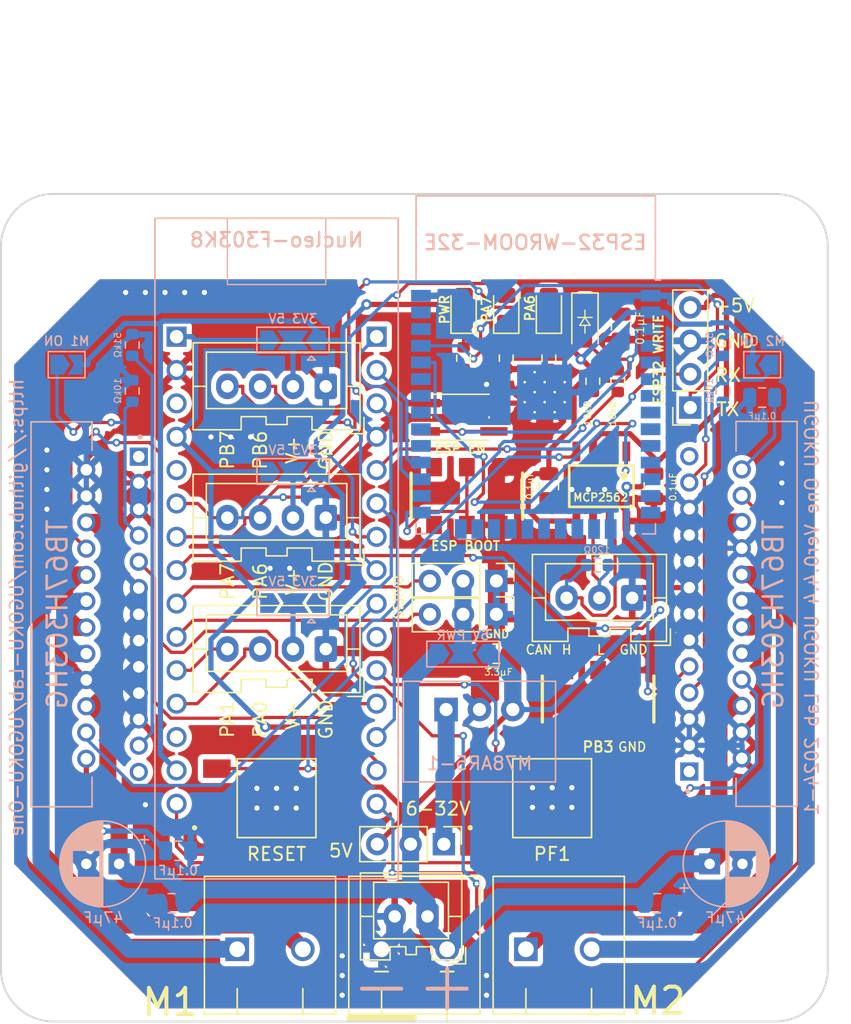
<source format=kicad_pcb>
(kicad_pcb (version 20221018) (generator pcbnew)
  (layers (0 "F.Cu" signal) (31 "B.Cu" signal) (34 "B.Paste" user) (35 "F.Paste" user) (36 "B.SilkS" user "B.Silkscreen") (37 "F.SilkS" user "F.Silkscreen") (38 "B.Mask" user) (39 "F.Mask" user) (44 "Edge.Cuts" user))
  (net 0 "")
  (net 1 "Net-(L1-K)")
  (net 2 "GND")
  (net 3 "+3V3")
  (net 4 "PWR")
  (net 5 "Net-(D1-A)")
  (net 6 "Net-(CAN1-Pin_2)")
  (net 7 "Net-(CAN1-Pin_3)")
  (net 8 "Net-(ENC/IO_1-Pin_2)")
  (net 9 "Net-(ENC/IO_1-Pin_3)")
  (net 10 "Net-(ENC/IO_1-Pin_4)")
  (net 11 "Net-(ENC/IO_2-Pin_2)")
  (net 12 "Net-(ENC/IO_2-Pin_3)")
  (net 13 "Net-(ENC/IO_2-Pin_4)")
  (net 14 "Net-(J1-Pin_3)")
  (net 15 "Net-(L2-K)")
  (net 16 "Net-(U2A-PF1)")
  (net 17 "Net-(U2A-NRST_1)")
  (net 18 "Net-(U2A-PB0)")
  (net 22 "Net-(U2A-PB5)")
  (net 27 "Net-(U2A-PA12)")
  (net 28 "Net-(U2A-PA11)")
  (net 29 "Net-(U5-VREG)")
  (net 30 "Net-(U4-VREG)")
  (net 31 "Net-(U4-STBY)")
  (net 32 "Net-(U5-STBY)")
  (net 33 "Net-(U5-OSC)")
  (net 34 "Net-(U4-OSC)")
  (net 35 "Net-(U4-OUT1A)")
  (net 36 "Net-(U4-OUT2A)")
  (net 37 "Net-(U5-OUT1A)")
  (net 38 "Net-(U5-OUT2A)")
  (net 39 "Net-(U2A-PB4)")
  (net 41 "Net-(U2B-PA5)")
  (net 42 "Net-(U2A-PB1)")
  (net 43 "Net-(U2A-PA8)")
  (net 44 "Net-(J2-Pin_3)")
  (net 45 "Net-(J6-Pin_1)")
  (net 46 "Net-(J6-Pin_2)")
  (net 47 "Net-(IO_3-Pin_4)")
  (net 48 "Net-(IO_3-Pin_3)")
  (net 49 "Net-(IO_3-Pin_2)")
  (net 53 "Net-(U2B-PB3)")
  (net 55 "Net-(J4-Pin_1)")
  (net 56 "Net-(J1-Pin_2)")
  (net 57 "Net-(L3-K)")
  (net 58 "Net-(U7-IO0)")
  (net 59 "Net-(U2A-PA9)")
  (net 60 "Net-(U2A-PA10)")
  (net 89 "+5V")
  (footprint "Capacitor_SMD:C_0805_2012Metric" (layer "F.Cu") (at 15.75 -21.4 -90)
    (fp_text reference "C9" hide)
    (fp_text value "0.1μF")
  )
  (footprint "Connector_PinHeader_2.54mm:PinHeader_1x03_P2.54mm_Vertical" (layer "F.Cu") (at 6.25 -2.04 -90)
    (fp_text reference "J1" hide)
    (fp_text value "PB0")
  )
  (footprint "MultiBoardMini_Libraries:SW_TL3301FF160QG" (layer "F.Cu") (at 10.5 14.5)
    (fp_text reference "SW1" hide)
    (fp_text value "PF1")
  )
  (footprint "Capacitor_SMD:C_0805_2012Metric" (layer "F.Cu") (at 18.25 -9.25 -90)
    (fp_text reference "C1" hide)
    (fp_text value "0.1μF")
  )
  (footprint "Connector_JST:JST_XA_B04B-XASK-1_1x04_P2.50mm_Vertical" (layer "F.Cu") (at -10.5 -6.855 180)
    (fp_text reference "ENC/IO_2" hide)
    (fp_text value "Conn_01x04")
  )
  (footprint "Resistor_SMD:R_0603_1608Metric" (layer "F.Cu") (at 15.5 -17.25 90)
    (fp_text reference "R12" hide)
    (fp_text value "10k")
  )
  (footprint "LED_SMD:LED_0805_2012Metric_Pad1.15x1.40mm_HandSolder" (layer "F.Cu") (at 10.25 -22.75 90)
    (fp_text reference "L3" hide)
    (fp_text value "LED")
  )
  (footprint "MountingHole:MountingHole_3.2mm_M3" (layer "F.Cu") (at 27.5 -27.5)
    (fp_text reference "REF**" hide)
    (fp_text value "MountingHole_3.2mm_M3" hide)
  )
  (footprint "MultiBoardMini_Libraries:PTS_1.5_2" (layer "F.Cu") (at 0 26)
    (fp_text reference "T3" hide)
    (fp_text value "PTS_1.5_2" hide)
  )
  (footprint "LED_SMD:LED_0805_2012Metric_Pad1.15x1.40mm_HandSolder" (layer "F.Cu") (at 7 -22.75 90)
    (fp_text reference "L2" hide)
    (fp_text value "LED")
  )
  (footprint "MountingHole:MountingHole_3.2mm_M3" (layer "F.Cu") (at -27.5 27.5)
    (fp_text reference "REF**" hide)
    (fp_text value "MountingHole_3.2mm_M3" hide)
  )
  (footprint "Diode_SMD:D_SOD-123F" (layer "F.Cu") (at 13 -21.75 -90)
    (fp_text reference "D1" hide)
    (fp_text value "D")
  )
  (footprint "LED_SMD:LED_0805_2012Metric_Pad1.15x1.40mm_HandSolder" (layer "F.Cu") (at 3.75 -22.75 90)
    (fp_text reference "L1" hide)
    (fp_text value "PWR")
  )
  (footprint "Resistor_SMD:R_0603_1608Metric" (layer "F.Cu") (at 10.25 -19 90)
    (fp_text reference "R6" hide)
    (fp_text value "3.3k")
  )
  (footprint "MultiBoardMini_Libraries:PTS_1.5_2" (layer "F.Cu") (at 11 26)
    (fp_text reference "MOTOR_B1" hide)
    (fp_text value "PTS_1.5_2" hide)
  )
  (footprint "MultiBoardMini_Libraries:SW_TL3301FF160QG" (layer "F.Cu") (at -10.5 14.5)
    (fp_text reference "SW2" hide)
    (fp_text value "RESET")
  )
  (footprint "Connector_PinSocket_2.54mm:PinSocket_1x04_P2.54mm_Vertical" (layer "F.Cu") (at 21.025 -15.24 180)
    (fp_text reference "J6" hide)
    (fp_text value "Conn_01x04")
  )
  (footprint "Connector_JST:JST_XA_B03B-XASK-1_1x03_P2.50mm_Vertical" (layer "F.Cu") (at 16.6 -0.75 180)
    (fp_text reference "CAN1" hide)
    (fp_text value "CAN")
  )
  (footprint "MountingHole:MountingHole_3.2mm_M3" (layer "F.Cu") (at -27.5 -27.5)
    (fp_text reference "REF**" hide)
    (fp_text value "MountingHole_3.2mm_M3" hide)
  )
  (footprint "MultiBoardMini_Libraries:SOIC127P600X175-8N" (layer "F.Cu") (at 14.25 -9.25 -90)
    (fp_text reference "U6" hide)
    (fp_text value "MCP2562-E_SN")
  )
  (footprint "Capacitor_SMD:C_0805_2012Metric" (layer "F.Cu") (at 6.25 3.5 180)
    (fp_text reference "C10" hide)
    (fp_text value "3.3μF")
  )
  (footprint "Capacitor_SMD:C_0805_2012Metric" (layer "F.Cu") (at 10.25 -9.25 -90)
    (fp_text reference "C2" hide)
    (fp_text value "0.1μF")
  )
  (footprint "MountingHole:MountingHole_3.2mm_M3" (layer "F.Cu") (at 27.5 27.5)
    (fp_text reference "REF**" hide)
    (fp_text value "MountingHole_3.2mm_M3" hide)
  )
  (footprint "MultiBoardMini_Libraries:PTS_1.5_2" (layer "F.Cu") (at -11 26)
    (fp_text reference "MOTOR_A1" hide)
    (fp_text value "PTS_1.5_2" hide)
  )
  (footprint "Resistor_SMD:R_0603_1608Metric" (layer "F.Cu") (at 3.75 -19 90)
    (fp_text reference "R4" hide)
    (fp_text value "3.3k")
  )
  (footprint "MultiBoardMini_Libraries:SSSS213202" (layer "F.Cu") (at 14 6.95)
    (fp_text reference "SW5" hide)
    (fp_text value "SW_Push_DPDT")
  )
  (footprint "Button_Switch_SMD:SW_Push_1P1T_NO_Vertical_Wuerth_434133025816" (layer "F.Cu") (at 3.5 -14.5)
    (fp_text reference "SW4" hide)
    (fp_text value "~")
  )
  (footprint "Connector_JST:JST_XA_B04B-XASK-1_1x04_P2.50mm_Vertical" (layer "F.Cu") (at -10.5 -16.855 180)
    (fp_text reference "IO_3" hide)
    (fp_text value "Conn_01x04")
  )
  (footprint "Connector_PinHeader_2.54mm:PinHeader_1x03_P2.54mm_Vertical" (layer "F.Cu") (at 6.25 0.5 -90)
    (fp_text reference "J2" hide)
    (fp_text value "PA10")
  )
  (footprint "Connector_JST:JST_XA_B02B-XASK-1_1x02_P2.50mm_Vertical" (layer "F.Cu") (at 1 23.5 180)
    (fp_text reference "J3" hide)
    (fp_text value "Conn_01x02_Male")
  )
  (footprint "Resistor_SMD:R_0603_1608Metric" (layer "F.Cu") (at 7 -19 90)
    (fp_text reference "R5" hide)
    (fp_text value "3.3k")
  )
  (footprint "Connector_PinHeader_2.54mm:PinHeader_1x03_P2.54mm_Vertical" (layer "F.Cu") (at 2.25 18 -90)
    (fp_text reference "J4" hide)
    (fp_text value "PA10")
  )
  (footprint "Resistor_SMD:R_0603_1608Metric" (layer "F.Cu") (at 13.6 -17.25 90)
    (fp_text reference "R9" hide)
    (fp_text value "10k")
  )
  (footprint "MultiBoardMini_Libraries:SSSS213202" (layer "F.Cu") (at 4 -8.5)
    (fp_text reference "SW3" hide)
    (fp_text value "SW_Push_DPDT")
  )
  (footprint "Connector_JST:JST_XA_B04B-XASK-1_1x04_P2.50mm_Vertical" (layer "F.Cu") (at -10.5 3.145 180)
    (fp_text reference "ENC/IO_1" hide)
    (fp_text value "Conn_01x04")
  )
  (footprint "Capacitor_SMD:C_0805_2012Metric" (layer "B.Cu") (at -18.5 22.5 180)
    (fp_text reference "C4" hide)
    (fp_text value "0.1μF")
  )
  (footprint "Resistor_SMD:R_0603_1608Metric" (layer "B.Cu") (at 13.925 -3.25 180)
    (fp_text reference "R1" hide)
    (fp_text value "120Ω")
  )
  (footprint "Capacitor_THT:CP_Radial_D6.3mm_P2.50mm" (layer "B.Cu") (at 22.5 19.5)
    (fp_text reference "C12" hide)
    (fp_text value "47μF")
  )
  (footprint "MultiBoardMini_Libraries:TO100P2930X465X1937-25" (layer "B.Cu") (at -23 0.5 -90)
    (fp_text reference "U5" hide)
    (fp_text value "TB67H303HG")
  )
  (footprint "Jumper:SolderJumper-3_P2.0mm_Open_TrianglePad1.0x1.5mm" (layer "B.Cu") (at -9.25 -10.355 180)
    (fp_text reference "JP2" hide)
    (fp_text value "Jumper_NC_Dual")
  )
  (footprint "Jumper:SolderJumper-2_P1.3mm_Open_TrianglePad1.0x1.5mm" (layer "B.Cu") (at 26.5 -18.5 180)
    (fp_text reference "MJP1" hide)
    (fp_text value "Jumper")
  )
  (footprint "Resistor_SMD:R_0603_1608Metric" (layer "B.Cu") (at 23.5 -16.5 90)
    (fp_text reference "R2" hide)
    (fp_text value "10kΩ")
  )
  (footprint "Jumper:SolderJumper-3_P2.0mm_Open_TrianglePad1.0x1.5mm" (layer "B.Cu") (at -9.25 -0.355 180)
    (fp_text reference "JP1" hide)
    (fp_text value "Jumper_NC_Dual")
  )
  (footprint "Resistor_SMD:R_0603_1608Metric" (layer "B.Cu") (at -21.5 -20 90)
    (fp_text reference "R7" hide)
    (fp_text value "51kΩ")
  )
  (footprint "MultiBoardMini_Libraries:MODULE_NUCLEO-F303K8" (layer "B.Cu") (at -10.5 -2.855 180)
    (fp_text reference "U2" hide)
    (fp_text value "NUCLEO-F303K8")
  )
  (footprint "RF_Module:ESP32-WROOM-32" (layer "B.Cu") (at 9.25 -15.5 180)
    (fp_text reference "U7" hide)
    (fp_text value "ESP32-WROOM-32")
  )
  (footprint "Resistor_SMD:R_0603_1608Metric" (layer "B.Cu") (at 23.5 -20 90)
    (fp_text reference "R13" hide)
    (fp_text value "51kΩ")
  )
  (footprint "Jumper:SolderJumper-3_P2.0mm_Open_TrianglePad1.0x1.5mm" (layer "B.Cu") (at 3.7 3.5)
    (fp_text reference "JP4" hide)
    (fp_text value "Jumper_NC_Dual")
  )
  (footprint "Jumper:SolderJumper-3_P2.0mm_Open_TrianglePad1.0x1.5mm" (layer "B.Cu") (at -9.25 -20.355 180)
    (fp_text reference "JP3" hide)
    (fp_text value "Jumper_NC_Dual")
  )
  (footprint "Capacitor_THT:CP_Radial_D6.3mm_P2.50mm" (layer "B.Cu") (at -22.5 19.5 180)
    (fp_text reference "C5" hide)
    (fp_text value "47μF")
  )
  (footprint "Resistor_SMD:R_0603_1608Metric" (layer "B.Cu") (at -21.5 -16.5 -90)
    (fp_text reference "R3" hide)
    (fp_text value "10kΩ")
  )
  (footprint "Capacitor_SMD:C_0805_2012Metric" (layer "B.Cu") (at 18.5 22.5)
    (fp_text reference "C11" hide)
    (fp_text value "0.1μF")
  )
  (footprint "MultiBoardMini_Libraries:TO100P2930X465X1937-25" (layer "B.Cu") (at 23 0.5 90)
    (fp_text reference "U4" hide)
    (fp_text value "TB67H303HG")
  )
  (footprint "Capacitor_SMD:C_0805_2012Metric" (layer "B.Cu") (at -18 18.5)
    (fp_text reference "C3" hide)
    (fp_text value "0.1μF")
  )
  (footprint "Capacitor_SMD:C_0805_2012Metric" (layer "B.Cu") (at 26.5 -16 180)
    (fp_text reference "C13" hide)
    (fp_text value "0.1μF")
  )
  (footprint "Jumper:SolderJumper-2_P1.3mm_Open_TrianglePad1.0x1.5mm" (layer "B.Cu") (at -26.5 -18.5)
    (fp_text reference "MJP2" hide)
    (fp_text value "Jumper")
  )
  (footprint "MultiBoardMini_Libraries:M78AR" (layer "B.Cu") (at 4.96 7.75)
    (fp_text reference "U1" hide)
    (fp_text value "M78AR5-1")
  )
  (gr_line (start -1 29) (end -4 29) (stroke (width 0.3)) (layer "B.SilkS"))
  (gr_line (start 2.5 27.5) (end 2.5 30.5) (stroke (width 0.3)) (layer "B.SilkS"))
  (gr_line (start 1 29) (end 4 29) (stroke (width 0.3)) (layer "B.SilkS"))
  (gr_line (start -3 27.7) (end -2 27.7) (stroke (width 0.15)) (layer "F.SilkS"))
  (gr_line (start 2.5 30.95) (end 2.5 31.5) (stroke (width 0.15)) (layer "F.SilkS"))
  (gr_line (start 2 27.7) (end 3 27.7) (stroke (width 0.15)) (layer "F.SilkS"))
  (gr_line (start 2.5 27.3) (end 2.5 28.2) (stroke (width 0.15)) (layer "F.SilkS"))
  (gr_line (start -4.95 31.25) (end -0.05 31.25) (stroke (width 0.5)) (layer "F.SilkS"))
  (gr_arc (start 27.5 -31.5) (mid 30.328427 -30.328427) (end 31.5 -27.5) (stroke (width 0.15)) (layer "Edge.Cuts"))
  (gr_line (start -31.5 -27.5) (end -31.5 27.5) (stroke (width 0.15)) (layer "Edge.Cuts"))
  (gr_arc (start -27.5 31.5) (mid -30.328427 30.328427) (end -31.5 27.5) (stroke (width 0.15)) (layer "Edge.Cuts"))
  (gr_line (start 27.5 -31.5) (end -27.5 -31.5) (stroke (width 0.15)) (layer "Edge.Cuts"))
  (gr_arc (start 31.5 27.5) (mid 30.328427 30.328427) (end 27.5 31.5) (stroke (width 0.15)) (layer "Edge.Cuts"))
  (gr_arc (start -31.5 -27.5) (mid -30.328427 -30.328427) (end -27.5 -31.5) (stroke (width 0.15)) (layer "Edge.Cuts"))
  (gr_line (start 31.5 27.5) (end 31.5 -27.5) (stroke (width 0.15)) (layer "Edge.Cuts"))
  (gr_line (start -27.5 31.5) (end 27.5 31.5) (stroke (width 0.15)) (layer "Edge.Cuts"))
  (gr_text "5V PWR" (at 3.7 2.1) (layer "B.SilkS") (effects (font (size 0.7 0.7) (thickness 0.12) bold) (justify mirror)))
  (gr_text "M2 ON" (at 26.5 -20.3) (layer "B.SilkS") (effects (font (size 0.7 0.7) (thickness 0.12) bold) (justify mirror)))
  (gr_text "Nucleo-F303K8" (at -10.5 -28) (layer "B.SilkS") (effects (font (size 1.1 1.1) (thickness 0.18)) (justify mirror)))
  (gr_text "10kΩ" (at -22.6 -16.5 90) (layer "B.SilkS") (effects (font (size 0.5 0.5) (thickness 0.08)) (justify mirror)))
  (gr_text "https://github.com/UGOKU-Lab/UGOKU-One" (at -30.3 0 90) (layer "B.SilkS") (effects (font (size 1 1)) (justify mirror)))
  (gr_text "47μF" (at 23.7 23.6) (layer "B.SilkS") (effects (font (size 0.8 0.8) (thickness 0.12) bold) (justify mirror)))
  (gr_text "0.1μF" (at 26.5 -14.6) (layer "B.SilkS") (effects (font (size 0.5 0.5) (thickness 0.08)) (justify mirror)))
  (gr_text "ESP32-WROOM-32E" (at 9.2 -27.8) (layer "B.SilkS") (effects (font (size 1.1 1.1) (thickness 0.18)) (justify mirror)))
  (gr_text "UGOKU One Ver0.4.4 UGOKU Lab 2024-1" (at 30.3 0 90) (layer "B.SilkS") (effects (font (size 1 1)) (justify mirror)))
  (gr_text "3V3 5V" (at -9.25 -2) (layer "B.SilkS") (effects (font (size 0.7 0.7) (thickness 0.12) bold) (justify mirror)))
  (gr_text "3V3 5V" (at -9.25 -12) (layer "B.SilkS") (effects (font (size 0.7 0.7) (thickness 0.12) bold) (justify mirror)))
  (gr_text "3V3 5V" (at -9.25 -22) (layer "B.SilkS") (effects (font (size 0.7 0.7) (thickness 0.12) bold) (justify mirror)))
  (gr_text "51kΩ" (at 22.5 -20 90) (layer "B.SilkS") (effects (font (size 0.5 0.5) (thickness 0.08)) (justify mirror)))
  (gr_text "M1 ON" (at -26.5 -20.3) (layer "B.SilkS") (effects (font (size 0.7 0.7) (thickness 0.12) bold) (justify mirror)))
  (gr_text "10kΩ" (at 22.5 -16.5 90) (layer "B.SilkS") (effects (font (size 0.5 0.5) (thickness 0.08)) (justify mirror)))
  (gr_text "0.1μF" (at 18.5 24) (layer "B.SilkS") (effects (font (size 0.7 0.7) (thickness 0.12) bold) (justify mirror)))
  (gr_text "51kΩ" (at -22.6 -20 90) (layer "B.SilkS") (effects (font (size 0.5 0.5) (thickness 0.08)) (justify mirror)))
  (gr_text "0.1μF" (at -18.4 24) (layer "B.SilkS") (effects (font (size 0.7 0.7) (thickness 0.12) bold) (justify mirror)))
  (gr_text "0.1μF" (at -18 20) (layer "B.SilkS") (effects (font (size 0.7 0.7) (thickness 0.12) bold) (justify mirror)))
  (gr_text "120Ω" (at 13.9 -4.4) (layer "B.SilkS") (effects (font (size 0.5 0.5) (thickness 0.08)) (justify mirror)))
  (gr_text "47μF" (at -23.7 23.6) (layer "B.SilkS") (effects (font (size 0.8 0.8) (thickness 0.12) bold) (justify mirror)))
  (gr_text "ESP BOOT" (at 3.9 -4.7) (layer "F.SilkS") (effects (font (size 0.7 0.7) (thickness 0.14) bold)))
  (gr_text "CAN" (at 9.5 3.2) (layer "F.SilkS") (effects (font (size 0.7 0.7) (thickness 0.12) bold)))
  (gr_text "10kΩ" (at 13.2 -14.8 90) (layer "F.SilkS") (effects (font (size 0.5 0.5) (thickness 0.08))))
  (gr_text "GND" (at 24.4 -20.3) (layer "F.SilkS") (effects (font (size 1 1))))
  (gr_text "3.3μF" (at 6.4 4.9) (layer "F.SilkS") (effects (font (size 0.5 0.5) (thickness 0.08))))
  (gr_text "TX" (at 23.9 -15.1) (layer "F.SilkS") (effects (font (size 1 1))))
  (gr_text "SERVO" (at -1.2 -0.8 90) (layer "F.SilkS") (effects (font (size 0.7 0.7) (thickness 0.12) bold)))
  (gr_text "M2\n" (at 16.25 31.1) (layer "F.SilkS") (effects (font (size 2 2) (thickness 0.3)) (justify left bottom)))
  (gr_text "V+\n" (at -9.25 8.25 90) (layer "F.SilkS") (effects (font (size 1 1))))
  (gr_text "PWR" (at 2.3 -22.7 90) (layer "F.SilkS") (effects (font (size 0.7 0.7))))
  (gr_text "V+\n" (at -9.25 -2 90) (layer "F.SilkS") (effects (font (size 1 1))))
  (gr_text "+5V\n" (at 24.4 -23) (layer "F.SilkS") (effects (font (size 1 1))))
  (gr_text "PA0\n" (at -11.75 8.5 90) (layer "F.SilkS") (effects (font (size 1 1))))
  (gr_text "PA7\n" (at -14.25 -2 90) (layer "F.SilkS") (effects (font (size 1 1))))
  (gr_text "GND\n" (at -6.75 -2 90) (layer "F.SilkS") (effects (font (size 1 1))))
  (gr_text "PB3\n" (at 14 10.6) (layer "F.SilkS") (effects (font (size 0.8 0.8))))
  (gr_text "V+\n" (at -9.25 -12 90) (layer "F.SilkS") (effects (font (size 1 1))))
  (gr_text "0.1μF" (at 19.7 -9.2 90) (layer "F.SilkS") (effects (font (size 0.5 0.5) (thickness 0.08))))
  (gr_text "PA1" (at -14.25 8.5 90) (layer "F.SilkS") (effects (font (size 1 1))))
  (gr_text "6-32V" (at 1.8 15.3) (layer "F.SilkS") (effects (font (size 1 1))))
  (gr_text "10kΩ" (at 15.1 -14.8 90) (layer "F.SilkS") (effects (font (size 0.5 0.5) (thickness 0.08))))
  (gr_text "GND\n" (at 16.7 3.2) (layer "F.SilkS") (effects (font (size 0.7 0.7) (thickness 0.12) bold)))
  (gr_text "GND\n" (at 16.6 10.6) (layer "F.SilkS") (effects (font (size 0.7 0.7) (thickness 0.12) bold)))
  (gr_text "PB7\n" (at -14.25 -12 90) (layer "F.SilkS") (effects (font (size 1 1))))
  (gr_text "0.1μF" (at 8.8 -9.3 90) (layer "F.SilkS") (effects (font (size 0.5 0.5) (thickness 0.08))))
  (gr_text "GND\n" (at -6.75 8.5 90) (layer "F.SilkS") (effects (font (size 1 1))))
  (gr_text "ESP EN" (at 3.5 -12.1) (layer "F.SilkS") (effects (font (size 0.7 0.7) (thickness 0.14) bold)))
  (gr_text "PB6\n" (at -11.75 -12 90) (layer "F.SilkS") (effects (font (size 1 1))))
  (gr_text "RESET" (at -10.5 18.75) (layer "F.SilkS") (effects (font (size 1 1))))
  (gr_text "M1\n" (at -20.9 31.2) (layer "F.SilkS") (effects (font (size 2 2) (thickness 0.3)) (justify left bottom)))
  (gr_text "H" (at 11.6 3.2) (layer "F.SilkS") (effects (font (size 0.7 0.7) (thickness 0.12) bold)))
  (gr_text "MCP2562" (at 14.2 -8.4) (layer "F.SilkS") (effects (font (size 0.6 0.6) (thickness 0.12) bold)))
  (gr_text "5V\n" (at -5.6 18.5) (layer "F.SilkS") (effects (font (size 1 1))))
  (gr_text "L" (at 14.2 3.2) (layer "F.SilkS") (effects (font (size 0.7 0.7) (thickness 0.12) bold)))
  (gr_text "PA6" (at 8.8 -22.8 90) (layer "F.SilkS") (effects (font (size 0.7 0.7))))
  (gr_text "RX" (at 23.9 -17.7) (layer "F.SilkS") (effects (font (size 1 1))))
  (gr_text "PA7" (at 5.5 -22.7 90) (layer "F.SilkS") (effects (font (size 0.7 0.7))))
  (gr_text "PF1" (at 10.5 18.75) (layer "F.SilkS") (effects (font (size 1 1))))
  (gr_text "ESP32 WRITE\n" (at 18.6 -18.9 90) (layer "F.SilkS") (effects (font (size 0.7 0.7))))
  (gr_text "0.1μF" (at 17.2 -21.3 90) (layer "F.SilkS") (effects (font (size 0.6 0.6) (thickness 0.08))))
  (gr_text "GND\n" (at 6.3 2) (layer "F.SilkS") (effects (font (size 0.6 0.6) (thickness 0.12) bold)))
  (gr_text "PA6\n" (at -11.75 -2 90) (layer "F.SilkS") (effects (font (size 1 1))))
  (gr_text "GND\n" (at -6.75 -12 90) (layer "F.SilkS") (effects (font (size 1 1))))
  (segment (start 3.75 -21.725) (end 3.75 -19.825) (width 0.25) (layer "F.Cu") (net 1))
  (segment (start -24.9056 -10.5) (end -23.9056 -9.5) (width 0.4) (layer "F.Cu") (net 2))
  (segment (start 16.5 4.75) (end 17.5019 4.75) (width 0.4) (layer "F.Cu") (net 2))
  (segment (start 6.25 0.9143) (end 12.0381 0.9143) (width 0.4) (layer "F.Cu") (net 2))
  (segment (start 4.96 3.8699) (end 4.5851 3.495) (width 0.4) (layer "F.Cu") (net 2))
  (segment (start 6.25 -2.04) (end 6.25 -6.245) (width 1.3) (layer "F.Cu") (net 2))
  (segment (start 15.4981 4.3743) (end 15.4981 4.75) (width 0.4) (layer "F.Cu") (net 2))
  (segment (start -5.974 16.75) (end -5.4231 16.75) (width 0.25) (layer "F.Cu") (net 2))
  (segment (start 6.25 -6.245) (end 6.25 -10.45) (width 1.3) (layer "F.Cu") (net 2))
  (segment (start -5.974 16.75) (end -6.525 16.75) (width 0.25) (layer "F.Cu") (net 2))
  (segment (start 9.93 -14.885) (end 9.93 -13.13) (width 1.3) (layer "F.Cu") (net 2))
  (segment (start -22.6372 -13.4491) (end -18.12 -17.9663) (width 0.4) (layer "F.Cu") (net 2))
  (segment (start 3.75 -15.575) (end 0.925 -15.575) (width 0.4) (layer "F.Cu") (net 2))
  (segment (start -6.75 -6.855) (end -6.75 -9.145) (width 0.4) (layer "F.Cu") (net 2))
  (segment (start 4.96 7.75) (end 4.96 3.8699) (width 1.3) (layer "F.Cu") (net 2))
  (segment (start 6.25 -6.245) (end 6.445 -6.245) (width 0.4) (layer "F.Cu") (net 2))
  (segment (start 15.505 -8) (end 15.805 -8.3) (width 0.4) (layer "F.Cu") (net 2))
  (segment (start -8.1372 -18.2422) (end -17.9728 -18.2422) (width 0.4) (layer "F.Cu") (net 2))
  (segment (start 5.3 2.775) (end 6.25 1.825) (width 1.3) (layer "F.Cu") (net 2))
  (segment (start 12.0381 0.9143) (end 15.4981 4.3743) (width 0.4) (layer "F.Cu") (net 2))
  (segment (start -17.9728 -18.2422) (end -18.12 -18.095) (width 0.4) (layer "F.Cu") (net 2))
  (segment (start 19.7819 2.47) (end 20.95 2.47) (width 0.4) (layer "F.Cu") (net 2))
  (segment (start 5.95 16.75) (end 15.05 16.75) (width 0.4) (layer "F.Cu") (net 2))
  (segment (start -6.75 -16.855) (end -8.1372 -18.2422) (width 0.4) (layer "F.Cu") (net 2))
  (segment (start 9.1675 -17.935) (end 10.01 -17.935) (width 0.4) (layer "F.Cu") (net 2))
  (segment (start 17.5019 4.75) (end 19.7819 2.47) (width 0.4) (layer "F.Cu") (net 2))
  (segment (start 6.25 0.5) (end 6.25 -2.04) (width 1.3) (layer "F.Cu") (net 2))
  (segment (start 0.925 -15.575) (end -0.5019 -15.575) (width 0.4) (layer "F.Cu") (net 2))
  (segment (start 21.025 -20.32) (end 15.88 -20.32) (width 0.4) (layer "F.Cu") (net 2))
  (segment (start 3.75 -15.575) (end 3.75 -18.175) (width 0.4) (layer "F.Cu") (net 2))
  (segment (start 6.075 -15.575) (end 8.3325 -15.575) (width 0.4) (layer "F.Cu") (net 2))
  (segment (start 10.01 -17.935) (end 10.25 -18.175) (width 0.4) (layer "F.Cu") (net 2))
  (segment (start 15.505 -8) (end 16.155 -7.35) (width 0.4) (layer "F.Cu") (net 2))
  (segment (start -2.88 -13.1969) (end -2.88 -13.015) (width 0.4) (layer "F.Cu") (net 2))
  (segment (start 6.25 1.825) (end 6.25 0.9143) (width 1.3) (layer "F.Cu") (net 2))
  (segment (start -24.9056 -10.5) (end -25 -10.5) (width 0.4) (layer "F.Cu") (net 2))
  (segment (start -0.5019 -15.575) (end -2.88 -13.1969) (width 0.4) (layer "F.Cu") (net 2))
  (segment (start 7.5 -10.7) (end 6.5 -10.7) (width 1.3) (layer "F.Cu") (net 2))
  (segment (start 15.805 -8.3) (end 18.25 -8.3) (width 0.4) (layer "F.Cu") (net 2))
  (segment (start 8.3325 -15.575) (end 8.405 -15.6475) (width 0.4) (layer "F.Cu") (net 2))
  (segment (start 18.25 -8.3) (end 20.18 -8.3) (width 0.4) (layer "F.Cu") (net 2))
  (segment (start 9.1675 -14.885) (end 9.93 -14.885) (width 0.4) (layer "F.Cu") (net 2))
  (segment (start 16.155 -7.35) (end 16.155 -6.6) (width 0.4) (layer "F.Cu") (net 2))
  (segment (start -6.4 3.495) (end -6.75 3.145) (width 0.4) (layer "F.Cu") (net 2))
  (segment (start -18.12 -17.9663) (end -18.12 -18.095) (width 0.4) (layer "F.Cu") (net 2))
  (segment (start 4.96 3.8699) (end 4.96 3.84) (width 1.3) (layer "F.Cu") (net 2))
  (segment (start 7 -18.175) (end 8.9275 -18.175) (width 0.4) (layer "F.Cu") (net 2))
  (segment (start 17.38 -1.53) (end 16.6 -0.75) (width 0.4) (layer "F.Cu") (net 2))
  (segment (start 4.96 3.84) (end 5.3 3.5) (width 1.3) (layer "F.Cu") (net 2))
  (segment (start 15.88 -20.32) (end 15.75 -20.45) (width 0.4) (layer "F.Cu") (net 2))
  (segment (start 6.445 -6.245) (end 6.5 -6.3) (width 0.4) (layer "F.Cu") (net 2))
  (segment (start 3.75 -15.575) (end 6.075 -15.575) (width 0.4) (layer "F.Cu") (net 2))
  (segment (start 20.95 10.47) (end 16.5 10.47) (width 0.4) (layer "F.Cu") (net 2))
  (segment (start 16.5 4.75) (end 15.4981 4.75) (width 0.4) (layer "F.Cu") (net 2))
  (segment (start 10.6925 -14.885) (end 9.93 -14.885) (width 0.4) (layer "F.Cu") (net 2))
  (segment (start -23.9056 -9.5) (end -21 -9.5) (width 0.4) (layer "F.Cu") (net 2))
  (segment (start 4.5851 3.495) (end -6.4 3.495) (width 0.4) (layer "F.Cu") (net 2))
  (segment (start 20.18 -8.3) (end 20.95 -7.53) (width 0.4) (layer "F.Cu") (net 2))
  (segment (start 6.25 -10.45) (end 6.5 -10.7) (width 1.3) (layer "F.Cu") (net 2))
  (segment (start 9.93 -13.13) (end 7.5 -10.7) (width 1.3) (layer "F.Cu") (net 2))
  (segment (start -24.9056 -10.5) (end -24.9056 -11.394) (width 0.4) (layer "F.Cu") (net 2))
  (segment (start 8.9275 -18.175) (end 9.1675 -17.935) (width 0.4) (layer "F.Cu") (net 2))
  (segment (start 14.885 -9.22) (end 15.805 -8.3) (width 0.4) (layer "F.Cu") (net 2))
  (segment (start 16.5 10.47) (end 16.5 9.15) (width 0.4) (layer "F.Cu") (net 2))
  (segment (start 14.885 -11.9) (end 14.885 -9.22) (width 0.4) (layer "F.Cu") (net 2))
  (segment (start 20.95 -1.53) (end 17.38 -1.53) (width 0.4) (layer "F.Cu") (net 2))
  (segment (start 5.3 3.5) (end 5.3 2.775) (width 1.3) (layer "F.Cu") (net 2))
  (segment (start -5.95 16.75) (end -15.05 16.75) (width 0.4) (layer "F.Cu") (net 2))
  (segment (start -6.75 -9.145) (end -2.88 -13.015) (width 0.4) (layer "F.Cu") (net 2))
  (segment (start 6.25 0.9143) (end 6.25 0.5) (width 1.3) (layer "F.Cu") (net 2))
  (segment (start 9.93 -15.6475) (end 9.93 -14.885) (width 1.3) (layer "F.Cu") (net 2))
  (segment (start -22.8505 -13.4491) (end -22.6372 -13.4491) (width 0.4) (layer "F.Cu") (net 2))
  (segment (start -24.9056 -11.394) (end -22.8505 -13.4491) (width 0.4) (layer "F.Cu") (net 2))
  (via (at 5.5 28) (size 0.8) (drill 0.4) (layers "F.Cu" "B.Cu") (net 2))
  (via (at -14 -13) (size 0.8) (drill 0.4) (layers "F.Cu" "B.Cu") (net 2))
  (via (at 12 -9) (size 0.8) (drill 0.4) (layers "F.Cu" "B.Cu") (net 2))
  (via (at -12 15.25) (size 0.8) (drill 0.4) (layers "F.Cu" "B.Cu") (net 2))
  (via (at 5.5 29.5) (size 0.8) (drill 0.4) (layers "F.Cu" "B.Cu") (net 2))
  (via (at -8 -3) (size 0.8) (drill 0.4) (layers "F.Cu" "B.Cu") (net 2))
  (via (at -5.5 28) (size 0.8) (drill 0.4) (layers "F.Cu" "B.Cu") (net 2))
  (via (at -5.5 29.5) (size 0.8) (drill 0.4) (layers "F.Cu" "B.Cu") (net 2))
  (via (at 9 13.7) (size 0.8) (drill 0.4) (layers "F.Cu" "B.Cu") (net 2))
  (via (at -10.5 13.75) (size 0.8) (drill 0.4) (layers "F.Cu" "B.Cu") (net 2))
  (via (at -28 -10.5) (size 0.8) (drill 0.4) (layers "F.Cu" "B.Cu") (net 2))
  (via (at -28 -12) (size 0.8) (drill 0.4) (layers "F.Cu" "B.Cu") (net 2))
  (via (at -5.5 26.5) (size 0.8) (drill 0.4) (layers "F.Cu" "B.Cu") (net 2))
  (via (at -10.5 15.25) (size 0.8) (drill 0.4) (layers "F.Cu" "B.Cu") (net 2))
  (via (at -17.5 -24) (size 0.8) (drill 0.4) (layers "F.Cu" "B.Cu") (net 2))
  (via (at 5.5 -17) (size 0.8) (drill 0.4) (layers "F.Cu" "B.Cu") (net 2))
  (via (at 28 -11) (size 0.8) (drill 0.4) (layers "F.Cu" "B.Cu") (net 2))
  (via (at 28 -9.5) (size 0.8) (drill 0.4) (layers "F.Cu" "B.Cu") (net 2))
  (via (at -4.6 6.33) (size 0.8) (drill 0.4) (layers "F.Cu" "B.Cu") (net 2))
  (via (at -9.5 -3) (size 0.8) (drill 0.4) (layers "F.Cu" "B.Cu") (net 2))
  (via (at -19 -24) (size 0.8) (drill 0.4) (layers "F.Cu" "B.Cu") (net 2))
  (via (at 28 -8) (size 0.8) (drill 0.4) (layers "F.Cu" "B.Cu") (net 2))
  (via (at 13.25 -9) (size 0.8) (drill 0.4) (layers "F.Cu" "B.Cu") (net 2))
  (via (at -12 13.75) (size 0.8) (drill 0.4) (layers "F.Cu" "B.Cu") (net 2))
  (via (at 12 13.7) (size 0.8) (drill 0.4) (layers "F.Cu" "B.Cu") (net 2))
  (via (at -15.5 -13) (size 0.8) (drill 0.4) (layers "F.Cu" "B.Cu") (net 2))
  (via (at 10.5 13.7) (size 0.8) (drill 0.4) (layers "F.Cu" "B.Cu") (net 2))
  (via (at 12 15.2) (size 0.8) (drill 0.4) (layers "F.Cu" "B.Cu") (net 2))
  (via (at -9 13.75) (size 0.8) (drill 0.4) (layers "F.Cu" "B.Cu") (net 2))
  (via (at 10.5 15.2) (size 0.8) (drill 0.4) (layers "F.Cu" "B.Cu") (net 2))
  (via (at -28 -9) (size 0.8) (drill 0.4) (layers "F.Cu" "B.Cu") (net 2))
  (via (at 9 15.2) (size 0.8) (drill 0.4) (layers "F.Cu" "B.Cu") (net 2))
  (via (at -12.480769 -13.007694) (size 0.8) (drill 0.4) (layers "F.Cu" "B.Cu") (net 2))
  (via (at -20.5 -24) (size 0.8) (drill 0.4) (layers "F.Cu" "B.Cu") (net 2))
  (via (at -28 -7.5) (size 0.8) (drill 0.4) (layers "F.Cu" "B.Cu") (net 2))
  (via (at -20.5 15) (size 0.8) (drill 0.4) (layers "F.Cu" "B.Cu") (net 2))
  (via (at -11 -3) (size 0.8) (drill 0.4) (layers "F.Cu" "B.Cu") (net 2))
  (via (at 14.5 -9) (size 0.8) (drill 0.4) (layers "F.Cu" "B.Cu") (net 2))
  (via (at -22 -24) (size 0.8) (drill 0.4) (layers "F.Cu" "B.Cu") (net 2))
  (via (at -16 -24) (size 0.8) (drill 0.4) (layers "F.Cu" "B.Cu") (net 2))
  (via (at -9 15.25) (size 0.8) (drill 0.4) (layers "F.Cu" "B.Cu") (net 2))
  (segment (start -19.45 23.225) (end -19.45 22.5) (width 1.3) (layer "B.Cu") (net 2))
  (segment (start -25 -13.825) (end -25 -10.5) (width 0.4) (layer "B.Cu") (net 2))
  (segment (start 20.98 -4.53) (end 20.95 -4.5) (width 1.3) (layer "B.Cu") (net 2))
  (segment (start 20.95 8.47) (end 20.95 10.47) (width 0.4) (layer "B.Cu") (net 2))
  (segment (start -25.4066 19.0934) (end -26.744 17.756) (width 1.3) (layer "B.Cu") (net 2))
  (segment (start 25 11.52) (end 24.975 11.495) (width 1.3) (layer "B.Cu") (net 2))
  (segment (start 8.405 -17.1725) (end 8.405 -16.41) (width 0.4) (layer "B.Cu") (net 2))
  (segment (start 21.025 -20.32) (end 21.651 -20.32) (width 0.4) (layer "B.Cu") (net 2))
  (segment (start 9.93 -14.885) (end 9.93 -15.6475) (width 0.4) (layer "B.Cu") (net 2))
  (segment (start -20.65 22.5) (end -20.175 22.5) (width 1.3) (layer "B.Cu") (net 2))
  (segment (start 23.656 -14.106) (end 25.55 -16) (width 0.4) (layer "B.Cu") (net 2))
  (segment (start -21 0.5) (end -21 -1.5) (width 1.3) (layer "B.Cu") (net 2))
  (segment (start 20.95 2.47) (end 20.95 0.47) (width 1.3) (layer "B.Cu") (net 2))
  (segment (start -22 5.5) (end -21 6.5) (width 1.3) (layer "B.Cu") (net 2))
  (segment (start -18.375 24.3) (end -18.8375 23.8375) (width 1.3) (layer "B.Cu") (net 2))
  (segment (start 16.3431 -23.75) (end 18 -23.75) (width 0.4) (layer "B.Cu") (net 2))
  (segment (start 21.651 -20.32) (end 22.2769 -20.32) (width 0.4) (layer "B.Cu") (net 2))
  (segment (start -16.7865 24.3) (end -18.375 24.3) (width 1.3) (layer "B.Cu") (net 2))
  (segment (start 9.93 -17.1725) (end 9.93 -16.41) (width 0.4) (layer "B.Cu") (net 2))
  (segment (start 25 18.7) (end 25 19.5) (width 1.3) (layer "B.Cu") (net 2))
  (segment (start 23.656 -12.7151) (end 23.5 -12.8711) (width 0.4) (layer "B.Cu") (net 2))
  (segment (start 24.975 10.495) (end 24.95 10.47) (width 0.4) (layer "B.Cu") (net 2))
  (segment (start 19.45 22.5) (end 22.5849 22.5) (width 1.3) (layer "B.Cu") (net 2))
  (segment (start 19.276 8.47) (end 19.206 8.4) (width 1.3) (layer "B.Cu") (net 2))
  (segment (start 23.2 17.65) (end 23.95 17.65) (width 1.3) (layer "B.Cu") (net 2))
  (segment (start 19.336 10.47) (end 19.206 10.6) (width 1.3) (layer "B.Cu") (net 2))
  (segment (start 18.4 24.275) (end 19.45 23.225) (width 1.3) (layer "B.Cu") (net 2))
  (segment (start 14.96 -4.8381) (end 16.6 -3.1981) (width 0.4) (layer "B.Cu") (net 2))
  (segment (start 16.225 24.275) (end 18.4 24.275) (width 1.3) (layer "B.Cu") (net 2))
  (segment (start -21.5 -17.325) (end -25 -13.825) (width 0.4) (layer "B.Cu") (net 2))
  (segment (start 20.95 -7.3357) (end 20.95 -7.53) (width 1.3) (layer "B.Cu") (net 2))
  (segment (start -20.65 22.5) (end -22.8 22.5) (width 1.3) (layer "B.Cu") (net 2))
  (segment (start 22.7819 -20.825) (end 22.2769 -20.32) (width 0.4) (layer "B.Cu") (net 2))
  (segment (start -26.744 6.55) (end -25.694 5.5) (width 1.3) (layer "B.Cu") (net 2))
  (segment (start 21.651 -20.32) (end 19.7623 -18.4313) (width 0.4) (layer "B.Cu") (net 2))
  (segment (start 9.93 -17.935) (end 9.93 -17.1725) (width 0.4) (layer "B.Cu") (net 2))
  (segment (start 23.656 -10.236) (end 23.656 -12.7151) (width 0.4) (layer "B.Cu") (net 2))
  (segment (start -20.175 22.5) (end -20.65 22.5) (width 1.3) (layer "B.Cu") (net 2))
  (segment (start 23.5 -20.825) (end 22.7819 -20.825) (width 0.4) (layer "B.Cu") (net 2))
  (segment (start -26.744 17.756) (end -26.744 6.55) (width 1.3) (layer "B.Cu") (net 2))
  (segment (start 25 20.0849) (end 25 19.5) (width 1.3) (layer "B.Cu") (net 2))
  (segment (start -20.175 22.5) (end -19.45 23.225) (width 1.3) (layer "B.Cu") (net 2))
  (segment (start 20.95 -3.53) (end 20.95 -4.5) (width 1.3) (layer "B.Cu") (net 2))
  (segment (start -21 7.3) (end -21 6.5) (width 1.3) (layer "B.Cu") (net 2))
  (segment (start 24.975 11.495) (end 24.975 10.495) (width 0.4) (layer "B.Cu") (net 2))
  (segment (start 24.95 10.47) (end 20.95 10.47) (width 0.4) (layer "B.Cu") (net 2))
  (segment (start -25 -8.5) (end -23.7083 -7.2083) (width 0.4) (layer "B.Cu") (net 2))
  (segment (start 19.206 3.52) (end 19.206 8.4) (width 1.3) (layer "B.Cu") (net 2))
  (segment (start 19.206 13.656) (end 23.2 17.65) (width 1.3) (layer "B.Cu") (net 2))
  (segment (start 8.405 -17.935) (end 8.405 -17.1725) (width 0.4) (layer "B.Cu") (net 2))
  (segment (start 20.95 -4.5) (end 20.95 -5.53) (width 1.3) (layer "B.Cu") (net 2))
  (segment (start 20.95 2.47) (end 20.256 2.47) (width 1.3) (layer "B.Cu") (net 2))
  (segment (start 11.455 -15.6475) (end 11.455 -14.885) (width 0.4) (layer "B.Cu") (net 2))
  (segment (start -2.5 26) (end -0.5549 27.9451) (width 1.3) (layer "B.Cu") (net 2))
  (segment (start 9.93 -16.41) (end 9.93 -15.6475) (width 0.4) (layer "B.Cu") (net 2))
  (segment (start 20.256 2.47) (end 19.206 3.52) (width 1.3) (layer "B.Cu") (net 2))
  (segment (start 20.95 0.47) (end 20.95 -1.53) (width 1.3) (layer "B.Cu") (net 2))
  (segment (start 24.975 11.495) (end 24.95 11.47) (width 1.3) (layer "B.Cu") (net 2))
  (segment (start 23.5 -12.8711) (end 23.5 -15.675) (width 0.4) (layer "B.Cu") (net 2))
  (segment (start 20.95 -1.53) (end 20.95 -3.53) (width 1.3) (layer "B.Cu") (net 2))
  (segment (start 19.206 8.4) (end 19.206 10.6) (width 1.3) (layer "B.Cu") (net 2))
  (segment (start 19.206 10.6) (end 19.206 13.656) (width 1.3) (layer "B.Cu") (net 2))
  (segment (start 6.55 24.75) (end 6.55 24.6651) (width 1.3) (layer "B.Cu") (net 2))
  (segment (start 19.7623 -8.7177) (end 20.95 -7.53) (width 0.4) (layer "B.Cu") (net 2))
  (segment (start 20.95 -5.53) (end 20.95 -7.3357) (width 1.3) (layer "B.Cu") (net 2))
  (segment (start -25.4066 17.7434) (end -25.4066 19.0934) (width 0.4) (layer "B.Cu") (net 2))
  (segment (start -21 6.5) (end -21 7.3) (width 1.3) (layer "B.Cu") (net 2))
  (segment (start 20.95 10.47) (end 19.336 10.47) (width 0.4) (layer "B.Cu") (net 2))
  (segment (start -21.5 -17.325) (end -22.3997 -18.2247) (width 0.4) (layer "B.Cu") (net 2))
  (segment (start -25 20.3) (end -25 19.5) (width 1.3) (layer "B.Cu") (net 2))
  (segment (start -21 6.5) (end -21 4.5) (width 1.3) (layer "B.Cu") (net 2))
  (segment (start -18.8375 23.8375) (end -19.45 23.225) (width 1.3) (layer "B.Cu") (net 2))
  (segment (start 24.95 10.47) (end 24.95 9.47) (width 0.4) (layer "B.Cu") (net 2))
  (segment (start -22.3997 -18.2247) (end -22.3997 -19.9253) (width 0.4) (layer "B.Cu") (net 2))
  (segment (start -1.5 23.5) (end -1.5 25) (width 1.3) (layer "B.Cu") (net 2))
  (segment (start 19.45 23.225) (end 19.45 22.5) (width 1.3) (layer "B.Cu") (net 2))
  (segment (start 23.656 -12.7151) (end 23.656 -14.106) (width 0.4) (layer "B.Cu") (net 2))
  (segment (start -19.45 22.5) (end -20.175 22.5) (width 1.3) (layer "B.Cu") (net 2))
  (segment (start -21 4.5) (end -21 2.5) (width 1.3) (layer "B.Cu") (net 2))
  (segment (start -1.5 25) (end -2.5 26) (width 1.3) (layer "B.Cu") (net 2))
  (segment (start -22 5.5) (end -21 4.5) (width 1.3) (layer "B.Cu") (net 2))
  (segment (start 11.455 -17.1725) (end 11.455 -17.935) (width 0.4) (layer "B.Cu") (net 2))
  (segment (start 7.1651 24.05) (end 16 24.05) (width 1.3) (layer "B.Cu") (net 2))
  (segment (start 16 24.05) (end 16.225 24.275) (width 1.3) (layer "B.Cu") (net 2))
  (segment (start -23.7083 -4.2083) (end -21 -1.5) (width 0.4) (layer "B.Cu") (net 2))
  (segment (start 8.405 -17.935) (end 9.1675 -17.935) (width 0.4) (layer "B.Cu") (net 2))
  (segment (start 9.1675 -16.41) (end 8.405 -16.41) (width 0.4) (layer "B.Cu") (net 2))
  (segment (start -22.8 22.5) (end -25 20.3) (width 1.3) (layer "B.Cu") (net 2))
  (segment (start 14.96 -5.99) (end 14.96 -4.8381) (width 0.4) (layer "B.Cu") (net 2))
  (segment (start -25 5.5) (end -22 5.5) (width 1.3) (layer "B.Cu") (net 2))
  (segment (start 16.6 -3.1981) (end 16.6 -0.75) (width 0.4) (layer "B.Cu") (net 2))
  (segment (start 3.3549 27.9451) (end 6.55 24.75) (width 1.3) (layer "B.Cu") (net 2))
  (segment (start 10.6925 -16.41) (end 9.93 -16.41) (width 0.4) (layer "B.Cu") (net 2))
  (segment (start -23.7083 -7.2083) (end -23.7083 -4.2083) (width 0.4) (layer "B.Cu") (net 2))
  (segment (start 11.455 -16.41) (end 11.455 -15.6475) (width 0.4) (layer "B.Cu") (net 2))
  (segment (start -22.3997 -19.9253) (end -21.5 -20.825) (width 0.4) (layer "B.Cu") (net 2))
  (segment (start 20.95 -7.53) (end 23.656 -10.236) (width 0.4) (layer "B.Cu") (net 2))
  (segment (start -16.5365 24.05) (end -16.7865 24.3) (width 1.3) (layer "B.Cu") (net 2))
  (segment (start 11.455 -17.1725) (end 11.455 -16.41) (width 0.4) (layer "B.Cu") (net 2))
  (segment (start 11.455 -18.8619) (end 16.3431 -23.75) (width 0.4) (layer "B.Cu") (net 2))
  (segment (start -21 2.5) (end -21 0.5) (width 1.3) (layer "B.Cu") (net 2))
  (segment (start -25 19.5) (end -25.4066 19.0934) (width 1.3) (layer "B.Cu") (net 2))
  (segment (start -23.9724 16.3092) (end -25.4066 17.7434) (width 0.4) (layer "B.Cu") (net 2))
  (segment (start -19.2408 16.3092) (end -23.9724 16.3092) (width 0.4) (layer "B.Cu") (net 2))
  (segment (start 11.455 -17.935) (end 11.455 -18.8619) (width 0.4) (layer "B.Cu") (net 2))
  (segment (start -25 -10.5) (end -25 -8.5) (width 0.4) (layer "B.Cu") (net 2))
  (segment (start -25.694 5.5) (end -25 5.5) (width 1.3) (layer "B.Cu") (net 2))
  (segment (start -21 8.5) (end -21 7.3) (width 1.3) (layer "B.Cu") (net 2))
  (segment (start 24.95 -4.53) (end 23.7557 -4.53) (width 0.4) (layer "B.Cu") (net 2))
  (segment (start 19.7623 -18.4313) (end 19.7623 -8.7177) (width 0.4) (layer "B.Cu") (net 2))
  (segment (start 23.95 17.65) (end 25 18.7) (width 1.3) (layer "B.Cu") (net 2))
  (segment (start -21 -7.5) (end -21 -9.5) (width 1.3) (layer "B.Cu") (net 2))
  (segment (start 6.55 24.6651) (end 7.1651 24.05) (width 1.3) (layer "B.Cu") (net 2))
  (segment (start -0.5549 27.9451) (end 3.3549 27.9451) (width 1.3) (layer "B.Cu") (net 2))
  (segment (start 8.405 -15.6475) (end 8.405 -14.885) (width 0.4) (layer "B.Cu") (net 2))
  (segment (start 8.405 -16.41) (end 8.405 -15.6475) (width 0.4) (layer "B.Cu") (net 2))
  (segment (start 22.5849 22.5) (end 25 20.0849) (width 1.3) (layer "B.Cu") (net 2))
  (segment (start 9.1675 -14.885) (end 8.405 -14.885) (width 0.4) (layer "B.Cu") (net 2))
  (segment (start -17.05 18.5) (end -19.2408 16.3092) (width 0.4) (layer "B.Cu") (net 2))
  (segment (start -4.45 24.05) (end -16.5365 24.05) (width 1.3) (layer "B.Cu") (net 2))
  (segment (start 23.7557 -4.53) (end 20.95 -7.3357) (width 0.4) (layer "B.Cu") (net 2))
  (segment (start -2.5 26) (end -4.45 24.05) (width 1.3) (layer "B.Cu") (net 2))
  (segment (start -19.45 23.225) (end -18.8375 23.8375) (width 1.3) (layer "B.Cu") (net 2))
  (segment (start 11.455 -16.41) (end 10.6925 -16.41) (width 0.4) (layer "B.Cu") (net 2))
  (segment (start 6.4709 -19) (end 6.125 -19.3459) (width 0.4) (layer "F.Cu") (net 3))
  (segment (start 15.5 -18.075) (end 13.6 -18.075) (width 0.4) (layer "F.Cu") (net 3))
  (segment (start 12.0192 -19.6558) (end 11.3634 -19) (width 0.4) (layer "F.Cu") (net 3))
  (segment (start 8.675 -9.675) (end 8.675 -7.3979) (width 0.4) (layer "F.Cu") (net 3))
  (segment (start 12.0192 -19.6558) (end 12.7206 -18.9544) (width 0.4) (layer "F.Cu") (net 3))
  (segment (start 11.3634 -19) (end 6.4709 -19) (width 0.4) (layer "F.Cu") (net 3))
  (segment (start 5.9 -21.13076) (end 5.9 -21.625) (width 0.4) (layer "F.Cu") (net 3))
  (segment (start 5.9 -21.625) (end 3.75 -23.775) (width 0.4) (layer "F.Cu") (net 3))
  (segment (start 10.25 -10.2) (end 9.2 -10.2) (width 0.4) (layer "F.Cu") (net 3))
  (segment (start 10.25 -11.945) (end 10.25 -10.2) (width 0.4) (layer "F.Cu") (net 3))
  (segment (start 13.6 -18.075) (end 12.1671 -16.6421) (width 0.4) (layer "F.Cu") (net 3))
  (segment (start 9.2 -10.2) (end 8.675 -9.675) (width 0.4) (layer "F.Cu") (net 3))
  (segment (start 12.1671 -16.6421) (end 12.1671 -13.8621) (width 0.4) (layer "F.Cu") (net 3))
  (segment (start 12.1671 -13.8621) (end 10.25 -11.945) (width 0.4) (layer "F.Cu") (net 3))
  (segment (start 12.0192 -22.1692) (end 13 -23.15) (width 0.4) (layer "F.Cu") (net 3))
  (segment (start 12.6834 -18.9172) (end 12.7206 -18.9544) (width 0.4) (layer "F.Cu") (net 3))
  (segment (start 12.7206 -18.9544) (end 13.6 -18.075) (width 0.4) (layer "F.Cu") (net 3))
  (segment (start 12.0192 -19.6558) (end 12.0192 -22.1692) (width 0.4) (layer "F.Cu") (net 3))
  (segment (start 8.675 -7.3979) (end 9.4729 -6.6) (width 0.4) (layer "F.Cu") (net 3))
  (segment (start 6.125 -20.90576) (end 5.9 -21.13076) (width 0.4) (layer "F.Cu") (net 3))
  (segment (start 3.75 -23.775) (end 3.0648 -23.0898) (width 0.4) (layer "F.Cu") (net 3))
  (segment (start 6.125 -19.3459) (end 6.125 -20.90576) (width 0.4) (layer "F.Cu") (net 3))
  (segment (start 3.0648 -23.0898) (end -3.6458 -23.0898) (width 0.4) (layer "F.Cu") (net 3))
  (segment (start 9.4729 -6.6) (end 12.345 -6.6) (width 0.4) (layer "F.Cu") (net 3))
  (via (at 12.6834 -18.9172) (size 0.8) (drill 0.4) (layers "F.Cu" "B.Cu") (net 3))
  (via (at -3.6458 -23.0898) (size 0.8) (drill 0.4) (layers "F.Cu" "B.Cu") (net 3))
  (segment (start 18.576 -22.48) (end 18 -22.48) (width 0.4) (layer "B.Cu") (net 3))
  (segment (start -7.25 -20.355) (end -5.4483 -20.355) (width 0.4) (layer "B.Cu") (net 3))
  (segment (start -24.8731 -18.5) (end -24.8731 -18.8382) (width 0.4) (layer "B.Cu") (net 3))
  (segment (start -5.4971 -2.1079) (end -7.25 -0.355) (width 0.4) (layer "B.Cu") (net 3))
  (segment (start -3.6458 -23.0898) (end -5.4483 -21.2873) (width 0.4) (layer "B.Cu") (net 3))
  (segment (start -5.4971 -8.6021) (end -5.4971 -2.1079) (width 0.4) (layer "B.Cu") (net 3))
  (segment (start -7.4657 -11.6483) (end -7.25 -11.4326) (width 0.4) (layer "B.Cu") (net 3))
  (segment (start -7.25 -20.9065) (end -8.169 -21.8255) (width 0.4) (layer "B.Cu") (net 3))
  (segment (start -19.3503 -21.6388) (end -19.3503 11.1547) (width 0.4) (layer "B.Cu") (net 3))
  (segment (start -5.4483 -20.355) (end -5.4483 -14.6859) (width 0.4) (layer "B.Cu") (net 3))
  (segment (start -24.8731 -18.8382) (end -22.0725 -21.6388) (width 0.4) (layer "B.Cu") (net 3))
  (segment (start 20.0419 -21.59) (end 19.1519 -22.48) (width 0.4) (layer "B.Cu") (net 3))
  (segment (start -5.4483 -21.2873) (end -5.4483 -20.355) (width 0.4) (layer "B.Cu") (net 3))
  (segment (start -22.0725 -21.6388) (end -19.3503 -21.6388) (width 0.4) (layer "B.Cu") (net 3))
  (segment (start 22.5801 -21.59) (end 20.0419 -21.59) (width 0.4) (layer "B.Cu") (net 3))
  (segment (start -5.4483 -14.6859) (end -7.4657 -12.6685) (width 0.4) (layer "B.Cu") (net 3))
  (segment (start 18 -22.48) (end 16.2462 -22.48) (width 0.4) (layer "B.Cu") (net 3))
  (segment (start 22.6749 -21.6848) (end 22.5801 -21.59) (width 0.4) (layer "B.Cu") (net 3))
  (segment (start 25.775 -19.884) (end 23.9742 -21.6848) (width 0.4) (layer "B.Cu") (net 3))
  (segment (start -7.25 -11.4326) (end -7.25 -10.355) (width 0.4) (layer "B.Cu") (net 3))
  (segment (start 18.576 -22.48) (end 19.1519 -22.48) (width 0.4) (layer "B.Cu") (net 3))
  (segment (start -7.25 -10.355) (end -5.4971 -8.6021) (width 0.4) (layer "B.Cu") (net 3))
  (segment (start -7.25 -20.355) (end -7.25 -20.9065) (width 0.4) (layer "B.Cu") (net 3))
  (segment (start -7.4657 -12.6685) (end -7.4657 -11.6483) (width 0.4) (layer "B.Cu") (net 3))
  (segment (start -8.169 -21.8255) (end -19.1636 -21.8255) (width 0.4) (layer "B.Cu") (net 3))
  (segment (start -25.775 -18.5) (end -24.8731 -18.5) (width 0.4) (layer "B.Cu") (net 3))
  (segment (start -19.1636 -21.8255) (end -19.3503 -21.6388) (width 0.4) (layer "B.Cu") (net 3))
  (segment (start 23.9742 -21.6848) (end 22.6749 -21.6848) (width 0.4) (layer "B.Cu") (net 3))
  (segment (start 25.775 -18.5) (end 25.775 -19.884) (width 0.4) (layer "B.Cu") (net 3))
  (segment (start -19.3503 11.1547) (end -18.12 12.385) (width 0.4) (layer "B.Cu") (net 3))
  (segment (start 16.2462 -22.48) (end 12.6834 -18.9172) (width 0.4) (layer "B.Cu") (net 3))
  (segment (start -23.256 -5.45) (end -24.306 -6.5) (width 1.3) (layer "F.Cu") (net 4))
  (segment (start 23.206 -5.48) (end 24.256 -6.53) (width 1.3) (layer "F.Cu") (net 4))
  (segment (start -22.5 19.5) (end -22.5 16.3232) (width 1.3) (layer "F.Cu") (net 4))
  (segment (start 23.206 18.794) (end 23.206 8.52) (width 1.3) (layer "F.Cu") (net 4))
  (segment (start 24.256 -6.53) (end 24.95 -6.53) (width 1.3) (layer "F.Cu") (net 4))
  (segment (start 23.206 8.52) (end 24.256 7.47) (width 1.3) (layer "F.Cu") (net 4))
  (segment (start 24.95 7.47) (end 24.526 7.47) (width 1.3) (layer "F.Cu") (net 4))
  (segment (start 22.5 19.5) (end 23.206 18.794) (width 1.3) (layer "F.Cu") (net 4))
  (segment (start -24.306 -6.5) (end -25 -6.5) (width 1.3) (layer "F.Cu") (net 4))
  (segment (start 24.256 7.47) (end 24.526 7.47) (width 1.3) (layer "F.Cu") (net 4))
  (segment (start -24.45 7.5) (end -25 7.5) (width 1.3) (layer "F.Cu") (net 4))
  (segment (start -23.256 6.35) (end -23.256 -5.45) (width 1.3) (layer "F.Cu") (net 4))
  (segment (start -23.256 8.494) (end -23.256 6.35) (width 1.3) (layer "F.Cu") (net 4))
  (segment (start 23.206 8.52) (end 23.206 6.15) (width 1.3) (layer "F.Cu") (net 4))
  (segment (start -25 7.5) (end -24.406 7.5) (width 1.3) (layer "F.Cu") (net 4))
  (segment (start 23.206 6.15) (end 23.206 -5.48) (width 1.3) (layer "F.Cu") (net 4))
  (segment (start -22.5 16.3232) (end -23.356 15.4672) (width 1.3) (layer "F.Cu") (net 4))
  (segment (start 24.526 7.47) (end 24.95 7.47) (width 1.3) (layer "F.Cu") (net 4))
  (segment (start -23.356 8.594) (end -24.45 7.5) (width 1.3) (layer "F.Cu") (net 4))
  (segment (start -23.356 15.4672) (end -23.356 8.594) (width 1.3) (layer "F.Cu") (net 4))
  (segment (start -23.356 8.594) (end -23.256 8.494) (width 1.3) (layer "F.Cu") (net 4))
  (segment (start 24.526 7.47) (end 23.206 6.15) (width 1.3) (layer "F.Cu") (net 4))
  (segment (start -24.406 7.5) (end -23.256 6.35) (width 1.3) (layer "F.Cu") (net 4))
  (segment (start -21.7 20.3) (end -22.5 19.5) (width 1.3) (layer "B.Cu") (net 4))
  (segment (start 1 22.525) (end -0.0488 21.4762) (width 1.3) (layer "B.Cu") (net 4))
  (segment (start 17.0541 22.0041) (end 17.55 22.5) (width 1.3) (layer "B.Cu") (net 4))
  (segment (start -19.025 20.3) (end -21.7 20.3) (width 1.3) (layer "B.Cu") (net 4))
  (segment (start 1 23.5) (end 1 24.5) (width 1.3) (layer "B.Cu") (net 4))
  (segment (start 17.55 21.775) (end 19.825 19.5) (width 1.3) (layer "B.Cu") (net 4))
  (segment (start -17.8488 21.4762) (end -16.5262 21.4762) (width 1.3) (layer "B.Cu") (net 4))
  (segment (start -18.1875 21.1375) (end -17.8488 21.4762) (width 1.3) (layer "B.Cu") (net 4))
  (segment (start -0.0488 21.4762) (end -0.29 21.235) (width 1.3) (layer "B.Cu") (net 4))
  (segment (start 1 23.5) (end 1 22.525) (width 1.3) (layer "B.Cu") (net 4))
  (segment (start 17.55 22.5) (end 17.55 21.775) (width 1.3) (layer "B.Cu") (net 4))
  (segment (start -17.55 22.5) (end -16.5262 21.4762) (width 1.3) (layer "B.Cu") (net 4))
  (segment (start -18.1875 21.1375) (end -17.8488 21.4762) (width 1.3) (layer "B.Cu") (net 4))
  (segment (start 19.825 19.5) (end 22.5 19.5) (width 1.3) (layer "B.Cu") (net 4))
  (segment (start -17.55 21.775) (end -17.55 22.5) (width 1.3) (layer "B.Cu") (net 4))
  (segment (start 1 24.5) (end 2.5 26) (width 1.3) (layer "B.Cu") (net 4))
  (segment (start -18.1875 21.1375) (end -19.025 20.3) (width 1.3) (layer "B.Cu") (net 4))
  (segment (start 2.5 26) (end 6.4959 22.0041) (width 1.3) (layer "B.Cu") (net 4))
  (segment (start -0.29 5.49) (end 1.7 3.5) (width 1.3) (layer "B.Cu") (net 4))
  (segment (start 6.4959 22.0041) (end 17.0541 22.0041) (width 1.3) (layer "B.Cu") (net 4))
  (segment (start -0.29 21.235) (end -0.29 18) (width 1.3) (layer "B.Cu") (net 4))
  (segment (start -0.29 18) (end -0.29 5.49) (width 1.3) (layer "B.Cu") (net 4))
  (segment (start -16.5262 21.4762) (end -0.0488 21.4762) (width 1.3) (layer "B.Cu") (net 4))
  (segment (start -17.8488 21.4762) (end -17.55 21.775) (width 1.3) (layer "B.Cu") (net 4))
  (segment (start 14.425 -17.25) (end 13.6 -16.425) (width 0.25) (layer "F.Cu") (net 5))
  (segment (start 15.75 -22.35) (end 15 -22.35) (width 0.25) (layer "F.Cu") (net 5))
  (segment (start 3.6466 -13.3801) (end 4.6532 -13.3801) (width 0.25) (layer "F.Cu") (net 5))
  (segment (start 6.0625 -13.425) (end 4.6981 -13.425) (width 0.25) (layer "F.Cu") (net 5))
  (segment (start 15.9233 -17.25) (end 14.425 -17.25) (width 0.25) (layer "F.Cu") (net 5))
  (segment (start 16.3474 -18.9172) (end 16.3474 -17.6741) (width 0.25) (layer "F.Cu") (net 5))
  (segment (start 16.3474 -17.6741) (end 15.9233 -17.25) (width 0.25) (layer "F.Cu") (net 5))
  (segment (start 4.6981 -13.425) (end 0.925 -13.425) (width 0.25) (layer "F.Cu") (net 5))
  (segment (start 4.6532 -13.3801) (end 4.6981 -13.425) (width 0.25) (layer "F.Cu") (net 5))
  (segment (start 16.3474 -18.9172) (end 16.4518 -18.9172) (width 0.25) (layer "F.Cu") (net 5))
  (segment (start 15 -22.35) (end 13 -20.35) (width 0.25) (layer "F.Cu") (net 5))
  (segment (start 14.4328 -18.9172) (end 16.3474 -18.9172) (width 0.25) (layer "F.Cu") (net 5))
  (segment (start 13 -20.35) (end 14.4328 -18.9172) (width 0.25) (layer "F.Cu") (net 5))
  (via (at 3.6466 -13.3801) (size 0.6) (drill 0.3) (layers "F.Cu" "B.Cu") (net 5))
  (via (at 16.4518 -18.9172) (size 0.6) (drill 0.3) (layers "F.Cu" "B.Cu") (net 5))
  (segment (start 16.4518 -18.218) (end 11.6139 -13.3801) (width 0.25) (layer "B.Cu") (net 5))
  (segment (start 18 -21.21) (end 16.9231 -21.21) (width 0.25) (layer "B.Cu") (net 5))
  (segment (start 16.9231 -21.21) (end 16.9231 -19.3885) (width 0.25) (layer "B.Cu") (net 5))
  (segment (start 11.6139 -13.3801) (end 3.6466 -13.3801) (width 0.25) (layer "B.Cu") (net 5))
  (segment (start 16.9231 -19.3885) (end 16.4518 -18.9172) (width 0.25) (layer "B.Cu") (net 5))
  (segment (start 16.4518 -18.9172) (end 16.4518 -18.218) (width 0.25) (layer "B.Cu") (net 5))
  (segment (start 14.1 -0.75) (end 14.1 -2.0519) (width 0.25) (layer "F.Cu") (net 6))
  (segment (start 13.615 -6.6) (end 13.615 -2.5369) (width 0.25) (layer "F.Cu") (net 6))
  (segment (start 13.615 -2.5369) (end 14.1 -2.0519) (width 0.25) (layer "F.Cu") (net 6))
  (segment (start 14.75 -2.7019) (end 14.1 -2.0519) (width 0.25) (layer "B.Cu") (net 6))
  (segment (start 14.75 -3.25) (end 14.75 -2.7019) (width 0.25) (layer "B.Cu") (net 6))
  (segment (start 14.1 -0.75) (end 14.1 -2.0519) (width 0.25) (layer "B.Cu") (net 6))
  (segment (start 11.6 -0.75) (end 12.7769 -0.75) (width 0.25) (layer "F.Cu") (net 7))
  (segment (start 14.885 -6.6) (end 14.885 -5.5231) (width 0.25) (layer "F.Cu") (net 7))
  (segment (start 14.6261 0.5768) (end 13.5888 0.5768) (width 0.25) (layer "F.Cu") (net 7))
  (segment (start 13.5888 0.5768) (end 12.7769 -0.2351) (width 0.25) (layer "F.Cu") (net 7))
  (segment (start 14.885 -5.5231) (end 15.293 -5.1151) (width 0.25) (layer "F.Cu") (net 7))
  (segment (start 12.7769 -0.2351) (end 12.7769 -0.75) (width 0.25) (layer "F.Cu") (net 7))
  (segment (start 15.293 -5.1151) (end 15.293 -0.0901) (width 0.25) (layer "F.Cu") (net 7))
  (segment (start 15.293 -0.0901) (end 14.6261 0.5768) (width 0.25) (layer "F.Cu") (net 7))
  (segment (start 11.9019 -2.0519) (end 11.6 -2.0519) (width 0.25) (layer "B.Cu") (net 7))
  (segment (start 11.6 -0.75) (end 11.6 -2.0519) (width 0.25) (layer "B.Cu") (net 7))
  (segment (start 13.1 -3.25) (end 11.9019 -2.0519) (width 0.25) (layer "B.Cu") (net 7))
  (segment (start -9.25 3.145) (end -9.25 -0.355) (width 0.4) (layer "B.Cu") (net 8))
  (segment (start -16.5508 7.305) (end -12.9269 3.6811) (width 0.25) (layer "F.Cu") (net 9))
  (segment (start -11.75 3.145) (end -12.9269 3.145) (width 0.25) (layer "F.Cu") (net 9))
  (segment (start -18.12 7.305) (end -16.5508 7.305) (width 0.25) (layer "F.Cu") (net 9))
  (segment (start -12.9269 3.6811) (end -12.9269 3.145) (width 0.25) (layer "F.Cu") (net 9))
  (segment (start -18.12 4.765) (end -17.0469 4.765) (width 0.25) (layer "F.Cu") (net 10))
  (segment (start -14.25 3.145) (end -15.4269 3.145) (width 0.25) (layer "F.Cu") (net 10))
  (segment (start -17.0469 4.765) (end -15.4269 3.145) (width 0.25) (layer "F.Cu") (net 10))
  (segment (start -9.25 -10.355) (end -9.25 -6.855) (width 0.4) (layer "B.Cu") (net 11))
  (segment (start -4.5281 -14.347473) (end -4.5281 -13.3875) (width 0.25) (layer "F.Cu") (net 12))
  (segment (start -4.5281 -13.3875) (end -8.7135 -9.2021) (width 0.25) (layer "F.Cu") (net 12))
  (segment (start -11.75 -7.826258) (end -11.75 -6.855) (width 0.25) (layer "F.Cu") (net 12))
  (segment (start -5 -23.45) (end -5 -14.819373) (width 0.25) (layer "F.Cu") (net 12))
  (segment (start 5.6137 -23.3776) (end 5.6137 -23.3863) (width 0.25) (layer "F.Cu") (net 12))
  (segment (start 9.3471 -22.8721) (end 6.1192 -22.8721) (width 0.25) (layer "F.Cu") (net 12))
  (segment (start -12.9269 -6.855) (end -12.9269 -6.3401) (width 0.25) (layer "F.Cu") (net 12))
  (segment (start 6.1192 -22.8721) (end 5.6137 -23.3776) (width 0.25) (layer "F.Cu") (net 12))
  (segment (start 10.25 -23.775) (end 9.3471 -22.8721) (width 0.25) (layer "F.Cu") (net 12))
  (segment (start -11.75 -6.855) (end -11.9233 -6.855) (width 0.25) (layer "F.Cu") (net 12))
  (segment (start -12.9269 -6.3401) (end -13.872 -5.395) (width 0.25) (layer "F.Cu") (net 12))
  (segment (start -5 -14.819373) (end -4.5281 -14.347473) (width 0.25) (layer "F.Cu") (net 12))
  (segment (start -8.7135 -9.2021) (end -10.374158 -9.2021) (width 0.25) (layer "F.Cu") (net 12))
  (segment (start -11.9233 -6.855) (end -12.0966 -6.855) (width 0.25) (layer "F.Cu") (net 12))
  (segment (start -12.2656 -6.855) (end -12.9269 -6.855) (width 0.25) (layer "F.Cu") (net 12))
  (segment (start 5.6137 -23.3863) (end 4.9 -24.1) (width 0.25) (layer "F.Cu") (net 12))
  (segment (start -3.6458 -24.8042) (end -5 -23.45) (width 0.25) (layer "F.Cu") (net 12))
  (segment (start -13.872 -5.395) (end -18.12 -5.395) (width 0.25) (layer "F.Cu") (net 12))
  (segment (start -10.374158 -9.2021) (end -11.75 -7.826258) (width 0.25) (layer "F.Cu") (net 12))
  (segment (start -12.2656 -6.855) (end -12.0966 -6.855) (width 0.25) (layer "F.Cu") (net 12))
  (via (at -3.6458 -24.8042) (size 0.6) (drill 0.3) (layers "F.Cu" "B.Cu") (net 12))
  (via (at 4.9 -24.1) (size 0.6) (drill 0.3) (layers "F.Cu" "B.Cu") (net 12))
  (segment (start -3.6458 -24.8042) (end 4.1958 -24.8042) (width 0.25) (layer "B.Cu") (net 12))
  (segment (start 4.1958 -24.8042) (end 4.9 -24.1) (width 0.25) (layer "B.Cu") (net 12))
  (segment (start -8.316 -8.4171) (end -10 -8.4171) (width 0.25) (layer "F.Cu") (net 13))
  (segment (start 7 -23.775) (end 6.0875 -24.6875) (width 0.25) (layer "F.Cu") (net 13))
  (segment (start -18.12 -7.935) (end -16.5069 -7.935) (width 0.25) (layer "F.Cu") (net 13))
  (segment (start -14.25 -6.855) (end -15.4269 -6.855) (width 0.25) (layer "F.Cu") (net 13))
  (segment (start -4.0551 -12.678) (end -8.316 -8.4171) (width 0.25) (layer "F.Cu") (net 13))
  (segment (start -0.4518 -24.6875) (end -1.3402 -23.7991) (width 0.25) (layer "F.Cu") (net 13))
  (segment (start -16.5069 -7.935) (end -15.4269 -6.855) (width 0.25) (layer "F.Cu") (net 13))
  (segment (start 6.0875 -24.6875) (end -0.4518 -24.6875) (width 0.25) (layer "F.Cu") (net 13))
  (segment (start -4.4255 -16.5) (end -4.0551 -16.1296) (width 0.25) (layer "F.Cu") (net 13))
  (segment (start -4.0551 -16.1296) (end -4.0551 -12.678) (width 0.25) (layer "F.Cu") (net 13))
  (via (at -1.3402 -23.7991) (size 0.6) (drill 0.3) (layers "F.Cu" "B.Cu") (net 13))
  (via (at -10 -8.4171) (size 0.6) (drill 0.3) (layers "F.Cu" "B.Cu") (net 13))
  (via (at -4.4255 -16.5) (size 0.6) (drill 0.3) (layers "F.Cu" "B.Cu") (net 13))
  (segment (start -10 -8.4171) (end -12.0259 -8.4171) (width 0.25) (layer "B.Cu") (net 13))
  (segment (start -13.0731 -6.855) (end -13.0731 -7.3699) (width 0.25) (layer "B.Cu") (net 13))
  (segment (start -4.9233 -20.584) (end -1.7082 -23.7991) (width 0.25) (layer "B.Cu") (net 13))
  (segment (start -14.25 -6.855) (end -13.0731 -6.855) (width 0.25) (layer "B.Cu") (net 13))
  (segment (start -4.4255 -16.5) (end -4.9233 -16.9978) (width 0.25) (layer "B.Cu") (net 13))
  (segment (start -4.9233 -16.9978) (end -4.9233 -20.584) (width 0.25) (layer "B.Cu") (net 13))
  (segment (start -13.0731 -7.3699) (end -12.0259 -8.4171) (width 0.25) (layer "B.Cu") (net 13))
  (segment (start -1.7082 -23.7991) (end -1.3402 -23.7991) (width 0.25) (layer "B.Cu") (net 13))
  (segment (start -16.85 -1.585) (end -0.4619 -1.585) (width 0.25) (layer "F.Cu") (net 14))
  (segment (start 1.17 -2.04) (end -0.0069 -2.04) (width 0.25) (layer "F.Cu") (net 14))
  (segment (start -18.12 -0.315) (end -16.85 -1.585) (width 0.25) (layer "F.Cu") (net 14))
  (segment (start -0.4619 -1.585) (end -0.0069 -2.04) (width 0.25) (layer "F.Cu") (net 14))
  (segment (start 7 -21.725) (end 7 -19.825) (width 0.25) (layer "F.Cu") (net 15))
  (segment (start -2.88 4.765) (end -1.7894 5.8556) (width 0.25) (layer "F.Cu") (net 16))
  (segment (start 5.95 12.25) (end 15.05 12.25) (width 0.25) (layer "F.Cu") (net 16))
  (segment (start -1.7894 5.8556) (end 3.815 5.8556) (width 0.25) (layer "F.Cu") (net 16))
  (segment (start 6.2 12) (end 5.95 12.25) (width 0.25) (layer "F.Cu") (net 16))
  (segment (start 14.475 12.25) (end 14.475 11.724) (width 0.4) (layer "F.Cu") (net 16))
  (segment (start 6.2 10.3) (end 6.2 12) (width 0.25) (layer "F.Cu") (net 16))
  (via (at 6.2 10.3) (size 0.6) (drill 0.3) (layers "F.Cu" "B.Cu") (net 16))
  (via (at 3.815 5.8556) (size 0.6) (drill 0.3) (layers "F.Cu" "B.Cu") (net 16))
  (segment (start 6.2 7.2032) (end 6.2 10.3) (width 0.25) (layer "B.Cu") (net 16))
  (segment (start 3.815 5.8556) (end 4.8524 5.8556) (width 0.25) (layer "B.Cu") (net 16))
  (segment (start 4.8524 5.8556) (end 6.2 7.2032) (width 0.25) (layer "B.Cu") (net 16))
  (segment (start -6 12.2) (end -5.95 12.25) (width 0.25) (layer "F.Cu") (net 17))
  (segment (start -15.05 12.25) (end -8.1 12.25) (width 0.25) (layer "F.Cu") (net 17))
  (segment (start -8.1 12.25) (end -5.95 12.25) (width 0.25) (layer "F.Cu") (net 17))
  (via (at -8.1 12.25) (size 0.6) (drill 0.3) (layers "F.Cu" "B.Cu") (net 17))
  (segment (start -2.5724 0.955) (end -1.2921 -0.3253) (width 0.25) (layer "B.Cu") (net 17))
  (segment (start -4.085 1.856) (end -3.184 0.955) (width 0.25) (layer "B.Cu") (net 17))
  (segment (start -1.79 -7.481396) (end -1.2921 -6.983496) (width 0.25) (layer "B.Cu") (net 17))
  (segment (start -1.79 -14.465) (end -1.79 -7.481396) (width 0.25) (layer "B.Cu") (net 17))
  (segment (start -4.085 1.856) (end -4.085 4.488673) (width 0.25) (layer "B.Cu") (net 17))
  (segment (start -3.184 0.955) (end -2.5724 0.955) (width 0.25) (layer "B.Cu") (net 17))
  (segment (start -8.1 8.503673) (end -8.1 12.25) (width 0.25) (layer "B.Cu") (net 17))
  (segment (start -2.88 -15.555) (end -1.79 -14.465) (width 0.25) (layer "B.Cu") (net 17))
  (segment (start -1.2921 -6.983496) (end -1.2921 -0.3253) (width 0.25) (layer "B.Cu") (net 17))
  (segment (start -4.085 4.488673) (end -8.1 8.503673) (width 0.25) (layer "B.Cu") (net 17))
  (segment (start -5.207 3.9539) (end -14.7808 13.5277) (width 0.25) (layer "B.Cu") (net 18))
  (segment (start -1.7599 -2.4235) (end -2.5984 -1.585) (width 0.25) (layer "B.Cu") (net 18))
  (segment (start -14.7808 13.5277) (end -21.4465 13.5277) (width 0.25) (layer "B.Cu") (net 18))
  (segment (start -2.88 -7.935) (end -1.7599 -6.8149) (width 0.25) (layer "B.Cu") (net 18))
  (segment (start -25 9.9742) (end -25 9.5) (width 0.25) (layer "B.Cu") (net 18))
  (segment (start -1.7599 -6.8149) (end -1.7599 -2.4235) (width 0.25) (layer "B.Cu") (net 18))
  (segment (start -5.207 0.459) (end -5.207 3.9539) (width 0.25) (layer "B.Cu") (net 18))
  (segment (start -3.163 -1.585) (end -5.207 0.459) (width 0.25) (layer "B.Cu") (net 18))
  (segment (start -21.4465 13.5277) (end -25 9.9742) (width 0.25) (layer "B.Cu") (net 18))
  (segment (start -2.5984 -1.585) (end -3.163 -1.585) (width 0.25) (layer "B.Cu") (net 18))
  (segment (start -19.8042 7.1725) (end -19.8042 -2.3042) (width 0.25) (layer "F.Cu") (net 22))
  (segment (start -6.2234 8.3566) (end -11.6656 8.3566) (width 0.25) (layer "F.Cu") (net 22))
  (segment (start -19.8042 -2.3042) (end -21 -3.5) (width 0.25) (layer "F.Cu") (net 22))
  (segment (start -11.6656 8.3566) (end -11.7202 8.4112) (width 0.25) (layer "F.Cu") (net 22))
  (segment (start -2.88 11.7) (end -6.2234 8.3566) (width 0.25) (layer "F.Cu") (net 22))
  (segment (start -18.5655 8.4112) (end -19.8042 7.1725) (width 0.25) (layer "F.Cu") (net 22))
  (segment (start -11.7202 8.4112) (end -18.5655 8.4112) (width 0.25) (layer "F.Cu") (net 22))
  (segment (start -2.88 12.385) (end -2.88 11.7) (width 0.25) (layer "F.Cu") (net 22))
  (segment (start 16.1005 -10.7686) (end 16.1005 -10.4368) (width 0.25) (layer "F.Cu") (net 27))
  (segment (start 13.9109 -14.0176) (end 13.8919 -14.0366) (width 0.25) (layer "F.Cu") (net 27))
  (segment (start 16.155 -11.9) (end 16.155 -10.8231) (width 0.25) (layer "F.Cu") (net 27))
  (segment (start 16.6184 -14.0176) (end 13.9109 -14.0176) (width 0.25) (layer "F.Cu") (net 27))
  (segment (start 16.155 -10.8231) (end 16.1005 -10.7686) (width 0.25) (layer "F.Cu") (net 27))
  (segment (start -1.2772 -12.0778) (end 7.0696 -12.0778) (width 0.25) (layer "F.Cu") (net 27))
  (segment (start -2.88 -10.475) (end -1.2772 -12.0778) (width 0.25) (layer "F.Cu") (net 27))
  (via (at 13.8919 -14.0366) (size 0.6) (drill 0.3) (layers "F.Cu" "B.Cu") (net 27))
  (via (at 16.6184 -14.0176) (size 0.6) (drill 0.3) (layers "F.Cu" "B.Cu") (net 27))
  (via (at 16.1005 -10.4368) (size 0.6) (drill 0.3) (layers "F.Cu" "B.Cu") (net 27))
  (via (at 7.0696 -12.0778) (size 0.6) (drill 0.3) (layers "F.Cu" "B.Cu") (net 27))
  (segment (start 7.0696 -12.0778) (end 12.0935 -12.0778) (width 0.25) (layer "B.Cu") (net 27))
  (segment (start 12.0935 -12.0778) (end 13.8919 -13.8762) (width 0.25) (layer "B.Cu") (net 27))
  (segment (start 13.8919 -13.8762) (end 13.8919 -14.0366) (width 0.25) (layer "B.Cu") (net 27))
  (segment (start 16.1005 -10.4368) (end 16.1005 -13.4997) (width 0.25) (layer "B.Cu") (net 27))
  (segment (start 16.1005 -13.4997) (end 16.6184 -14.0176) (width 0.25) (layer "B.Cu") (net 27))
  (segment (start 11.025 -11.46485) (end 11.025 -11.33515) (width 0.25) (layer "F.Cu") (net 28))
  (segment (start 11.90985 -11.46485) (end 12.345 -11.9) (width 0.25) (layer "F.Cu") (net 28))
  (segment (start 11.025 -11.46485) (end 11.90985 -11.46485) (width 0.25) (layer "F.Cu") (net 28))
  (via (at 11.025 -11.46485) (size 0.6) (drill 0.3) (layers "F.Cu" "B.Cu") (net 28))
  (segment (start -1.5277 8.4927) (end -2.88 9.845) (width 0.25) (layer "B.Cu") (net 28))
  (segment (start -0.0917 -0.6898) (end -1.5277 0.7462) (width 0.25) (layer "B.Cu") (net 28))
  (segment (start -0.0917 -4.1775) (end -0.0917 -0.6898) (width 0.25) (layer "B.Cu") (net 28))
  (segment (start 11.025 -11.46485) (end 7.19565 -11.46485) (width 0.25) (layer "B.Cu") (net 28))
  (segment (start 7.19565 -11.46485) (end -0.0917 -4.1775) (width 0.25) (layer "B.Cu") (net 28))
  (segment (start -1.5277 0.7462) (end -1.5277 8.4927) (width 0.25) (layer "B.Cu") (net 28))
  (segment (start -23.7005 17) (end -25 15.7005) (width 0.4) (layer "F.Cu") (net 29))
  (segment (start -25 15.7005) (end -25 11.5) (width 0.4) (layer "F.Cu") (net 29))
  (via (at -23.7005 17) (size 0.6) (drill 0.3) (layers "F.Cu" "B.Cu") (net 29))
  (segment (start -18.95 18.5) (end -20.45 17) (width 0.4) (layer "B.Cu") (net 29))
  (segment (start -20.45 17) (end -23.7005 17) (width 0.4) (layer "B.Cu") (net 29))
  (segment (start 24.95 -10.53) (end 27.45 -13.03) (width 0.25) (layer "B.Cu") (net 30))
  (segment (start 27.45 -13.03) (end 27.45 -16) (width 0.25) (layer "B.Cu") (net 30))
  (segment (start 22.1039 5.3161) (end 22.1039 -10.0022) (width 0.25) (layer "F.Cu") (net 31))
  (segment (start 20.95 6.47) (end 22.1039 5.3161) (width 0.25) (layer "F.Cu") (net 31))
  (via (at 22.1039 -10.0022) (size 0.6) (drill 0.3) (layers "F.Cu" "B.Cu") (net 31))
  (segment (start 22.8318 -13.8485) (end 22.6772 -14.0031) (width 0.25) (layer "B.Cu") (net 31))
  (segment (start 22.6772 -14.0031) (end 22.6772 -16.5022) (width 0.25) (layer "B.Cu") (net 31))
  (segment (start 26.4819 -17.325) (end 23.5 -17.325) (width 0.25) (layer "B.Cu") (net 31))
  (segment (start 22.6772 -16.5022) (end 23.5 -17.325) (width 0.25) (layer "B.Cu") (net 31))
  (segment (start 27.225 -18.0681) (end 26.4819 -17.325) (width 0.25) (layer "B.Cu") (net 31))
  (segment (start 22.8318 -10.7301) (end 22.8318 -13.8485) (width 0.25) (layer "B.Cu") (net 31))
  (segment (start 22.1039 -10.0022) (end 22.8318 -10.7301) (width 0.25) (layer "B.Cu") (net 31))
  (segment (start 27.225 -18.5) (end 27.225 -18.0681) (width 0.25) (layer "B.Cu") (net 31))
  (segment (start -23.1 -14.101) (end -25.2584 -14.101) (width 0.25) (layer "F.Cu") (net 32))
  (segment (start -25.2584 -14.101) (end -25.9794 -13.38) (width 0.25) (layer "F.Cu") (net 32))
  (via (at -23.1 -14.101) (size 0.6) (drill 0.3) (layers "F.Cu" "B.Cu") (net 32))
  (via (at -25.9794 -13.38) (size 0.6) (drill 0.3) (layers "F.Cu" "B.Cu") (net 32))
  (segment (start -21 -5.5) (end -22.0518 -6.5518) (width 0.25) (layer "B.Cu") (net 32))
  (segment (start -23.1 -14.101) (end -22.0518 -14.101) (width 0.25) (layer "B.Cu") (net 32))
  (segment (start -22.0518 -14.101) (end -22.0518 -15.1232) (width 0.25) (layer "B.Cu") (net 32))
  (segment (start -22.0518 -6.5518) (end -22.0518 -14.101) (width 0.25) (layer "B.Cu") (net 32))
  (segment (start -22.0518 -15.1232) (end -21.5 -15.675) (width 0.25) (layer "B.Cu") (net 32))
  (segment (start -27.225 -18.5) (end -27.225 -14.6256) (width 0.25) (layer "B.Cu") (net 32))
  (segment (start -27.225 -14.6256) (end -25.9794 -13.38) (width 0.25) (layer "B.Cu") (net 32))
  (segment (start -19.9791 -17.6541) (end -19.9791 9.4791) (width 0.25) (layer "B.Cu") (net 33))
  (segment (start -19.9791 9.4791) (end -21 10.5) (width 0.25) (layer "B.Cu") (net 33))
  (segment (start -21.5 -19.175) (end -19.9791 -17.6541) (width 0.25) (layer "B.Cu") (net 33))
  (segment (start 20.95 -9.6641) (end 22.2035 -10.9176) (width 0.25) (layer "F.Cu") (net 34))
  (segment (start 22.2035 -10.9176) (end 22.2035 -12.8366) (width 0.25) (layer "F.Cu") (net 34))
  (segment (start 20.95 -9.53) (end 20.95 -9.6641) (width 0.25) (layer "F.Cu") (net 34))
  (via (at 22.2035 -12.8366) (size 0.6) (drill 0.3) (layers "F.Cu" "B.Cu") (net 34))
  (segment (start 23.5 -19.175) (end 22.2035 -17.8785) (width 0.25) (layer "B.Cu") (net 34))
  (segment (start 22.2035 -17.8785) (end 22.2035 -12.8366) (width 0.25) (layer "B.Cu") (net 34))
  (segment (start 28.2 18.9092) (end 22.9592 24.15) (width 1.3) (layer "F.Cu") (net 35))
  (segment (start 26.6 0.514) (end 25.644 1.47) (width 1.3) (layer "F.Cu") (net 35))
  (segment (start 26.6 -1.574) (end 26.6 -0.55) (width 1.3) (layer "F.Cu") (net 35))
  (segment (start 26.6 -0.55) (end 26.6 0.514) (width 1.3) (layer "F.Cu") (net 35))
  (segment (start 26.6 -0.55) (end 27.75 -0.55) (width 1.3) (layer "F.Cu") (net 35))
  (segment (start 28.2 -0.1) (end 28.2 18.9092) (width 1.3) (layer "F.Cu") (net 35))
  (segment (start 25.644 1.47) (end 24.95 1.47) (width 1.3) (layer "F.Cu") (net 35))
  (segment (start 27.75 -0.55) (end 28.2 -0.1) (width 1.3) (layer "F.Cu") (net 35))
  (segment (start 25.644 -2.53) (end 26.6 -1.574) (width 1.3) (layer "F.Cu") (net 35))
  (segment (start 22.9592 24.15) (end 10.35 24.15) (width 1.3) (layer "F.Cu") (net 35))
  (segment (start 24.95 -2.53) (end 25.644 -2.53) (width 1.3) (layer "F.Cu") (net 35))
  (segment (start 10.35 24.15) (end 8.5 26) (width 1.3) (layer "F.Cu") (net 35))
  (segment (start 25.73 3.47) (end 24.95 3.47) (width 1.3) (layer "B.Cu") (net 36))
  (segment (start 28.2 19.4) (end 21.6 26) (width 1.3) (layer "B.Cu") (net 36))
  (segment (start 26.594 2.606) (end 25.73 3.47) (width 1.3) (layer "B.Cu") (net 36))
  (segment (start 28.2 1.9) (end 28.2 19.4) (width 1.3) (layer "B.Cu") (net 36))
  (segment (start 25.644 -0.53) (end 26.594 0.42) (width 1.3) (layer "B.Cu") (net 36))
  (segment (start 26.594 1.5) (end 27.8 1.5) (width 1.3) (layer "B.Cu") (net 36))
  (segment (start 26.594 0.42) (end 26.594 1.5) (width 1.3) (layer "B.Cu") (net 36))
  (segment (start 21.6 26) (end 13.5 26) (width 1.3) (layer "B.Cu") (net 36))
  (segment (start 24.95 -0.53) (end 25.644 -0.53) (width 1.3) (layer "B.Cu") (net 36))
  (segment (start 27.8 1.5) (end 28.2 1.9) (width 1.3) (layer "B.Cu") (net 36))
  (segment (start 26.594 1.5) (end 26.594 2.606) (width 1.3) (layer "B.Cu") (net 36))
  (segment (start -26.644 1.5) (end -27.95 1.5) (width 1.3) (layer "B.Cu") (net 37))
  (segment (start -27.95 1.5) (end -28.45 2) (width 1.3) (layer "B.Cu") (net 37))
  (segment (start -28.45 19.2542) (end -21.7042 26) (width 1.3) (layer "B.Cu") (net 37))
  (segment (start -25.8 3.5) (end -25 3.5) (width 1.3) (layer "B.Cu") (net 37))
  (segment (start -21.7042 26) (end -13.5 26) (width 1.3) (layer "B.Cu") (net 37))
  (segment (start -28.45 2) (end -28.45 19.2542) (width 1.3) (layer "B.Cu") (net 37))
  (segment (start -26.644 2.656) (end -25.8 3.5) (width 1.3) (layer "B.Cu") (net 37))
  (segment (start -25 -0.5) (end -25.694 -0.5) (width 1.3) (layer "B.Cu") (net 37))
  (segment (start -26.644 0.45) (end -26.644 1.5) (width 1.3) (layer "B.Cu") (net 37))
  (segment (start -25.694 -0.5) (end -26.644 0.45) (width 1.3) (layer "B.Cu") (net 37))
  (segment (start -26.644 1.5) (end -26.644 2.656) (width 1.3) (layer "B.Cu") (net 37))
  (segment (start -26.644 -0.5) (end -26.644 -1.55) (width 1.3) (layer "F.Cu") (net 38))
  (segment (start -27.9 -0.5) (end -28.45 0.05) (width 1.3) (layer "F.Cu") (net 38))
  (segment (start -10.35 24.15) (end -8.5 26) (width 1.3) (layer "F.Cu") (net 38))
  (segment (start -26.644 -1.55) (end -25.694 -2.5) (width 1.3) (layer "F.Cu") (net 38))
  (segment (start -25.75 1.5) (end -26.644 0.606) (width 1.3) (layer "F.Cu") (net 38))
  (segment (start -22.9592 24.15) (end -10.35 24.15) (width 1.3) (layer "F.Cu") (net 38))
  (segment (start -26.644 0.606) (end -26.644 -0.5) (width 1.3) (layer "F.Cu") (net 38))
  (segment (start -25 1.5) (end -25.75 1.5) (width 1.3) (layer "F.Cu") (net 38))
  (segment (start -25.694 -2.5) (end -25 -2.5) (width 1.3) (layer "F.Cu") (net 38))
  (segment (start -28.45 18.6592) (end -22.9592 24.15) (width 1.3) (layer "F.Cu") (net 38))
  (segment (start -28.45 0.05) (end -28.45 18.6592) (width 1.3) (layer "F.Cu") (net 38))
  (segment (start -26.644 -0.5) (end -27.9 -0.5) (width 1.3) (layer "F.Cu") (net 38))
  (segment (start 14.5602 20.1808) (end 21.0165 13.7245) (width 0.25) (layer "F.Cu") (net 39))
  (segment (start -1.6852 20.1808) (end 14.5602 20.1808) (width 0.25) (layer "F.Cu") (net 39))
  (via (at 21.0165 13.7245) (size 0.6) (drill 0.3) (layers "F.Cu" "B.Cu") (net 39))
  (via (at -1.6852 20.1808) (size 0.6) (drill 0.3) (layers "F.Cu" "B.Cu") (net 39))
  (segment (start 26.0709 6.5909) (end 24.95 5.47) (width 0.25) (layer "B.Cu") (net 39))
  (segment (start 21.0165 13.7245) (end 24.1901 13.7245) (width 0.25) (layer "B.Cu") (net 39))
  (segment (start -2.88 14.925) (end -1.6307 16.1743) (width 0.25) (layer "B.Cu") (net 39))
  (segment (start 26.0709 11.8437) (end 26.0709 6.5909) (width 0.25) (layer "B.Cu") (net 39))
  (segment (start 24.1901 13.7245) (end 26.0709 11.8437) (width 0.25) (layer "B.Cu") (net 39))
  (segment (start -1.6307 20.1263) (end -1.6852 20.1808) (width 0.25) (layer "B.Cu") (net 39))
  (segment (start -1.6307 16.1743) (end -1.6307 20.1263) (width 0.25) (layer "B.Cu") (net 39))
  (segment (start -18.12 -2.855) (end -17.0041 -3.9709) (width 0.25) (layer "F.Cu") (net 41))
  (segment (start 4.3156 -3.9709) (end 4.4852 -3.8013) (width 0.25) (layer "F.Cu") (net 41))
  (segment (start 20.95 4.47) (end 19.049 6.371) (width 0.25) (layer "F.Cu") (net 41))
  (segment (start 17.3672 1.5661) (end 14.5377 1.5661) (width 0.25) (layer "F.Cu") (net 41))
  (segment (start 19.049 6.371) (end 17.786 6.371) (width 0.25) (layer "F.Cu") (net 41))
  (segment (start 18.7499 0.1834) (end 17.3672 1.5661) (width 0.25) (layer "F.Cu") (net 41))
  (segment (start -17.0041 -3.9709) (end 4.3156 -3.9709) (width 0.25) (layer "F.Cu") (net 41))
  (via (at 17.786 6.371) (size 0.6) (drill 0.3) (layers "F.Cu" "B.Cu") (net 41))
  (via (at 18.7499 0.1834) (size 0.6) (drill 0.3) (layers "F.Cu" "B.Cu") (net 41))
  (via (at 4.4852 -3.8013) (size 0.6) (drill 0.3) (layers "F.Cu" "B.Cu") (net 41))
  (via (at 14.5377 1.5661) (size 0.6) (drill 0.3) (layers "F.Cu" "B.Cu") (net 41))
  (segment (start 12.1009 1.5661) (end 6.7335 -3.8013) (width 0.25) (layer "B.Cu") (net 41))
  (segment (start 17.786 1.1473) (end 18.7499 0.1834) (width 0.25) (layer "B.Cu") (net 41))
  (segment (start 6.7335 -3.8013) (end 4.4852 -3.8013) (width 0.25) (layer "B.Cu") (net 41))
  (segment (start 14.5377 1.5661) (end 12.1009 1.5661) (width 0.25) (layer "B.Cu") (net 41))
  (segment (start 17.786 6.371) (end 17.786 1.1473) (width 0.25) (layer "B.Cu") (net 41))
  (segment (start -4.6595 4.9105) (end -4.6595 4.25) (width 0.25) (layer "F.Cu") (net 42))
  (segment (start 29.275 -4.205) (end 29.275 19.35448) (width 0.25) (layer "F.Cu") (net 42))
  (segment (start 24.95 -8.53) (end 29.275 -4.205) (width 0.25) (layer "F.Cu") (net 42))
  (segment (start 7.598958 27.5) (end 4.75 24.651042) (width 0.25) (layer "F.Cu") (net 42))
  (segment (start 3.7195 9.75) (end 1.37 9.75) (width 0.25) (layer "F.Cu") (net 42))
  (segment (start -3.53 6.04) (end -4.6595 4.9105) (width 0.25) (layer "F.Cu") (net 42))
  (segment (start 21.12948 27.5) (end 7.598958 27.5) (width 0.25) (layer "F.Cu") (net 42))
  (segment (start -2.34 6.04) (end -3.53 6.04) (width 0.25) (layer "F.Cu") (net 42))
  (segment (start 4.75 24.651042) (end 4.75 21) (width 0.25) (layer "F.Cu") (net 42))
  (segment (start 29.275 19.35448) (end 21.12948 27.5) (width 0.25) (layer "F.Cu") (net 42))
  (segment (start 1.37 9.75) (end -2.34 6.04) (width 0.25) (layer "F.Cu") (net 42))
  (via (at 3.7195 9.75) (size 0.6) (drill 0.3) (layers "F.Cu" "B.Cu") (net 42))
  (via (at -4.6595 4.25) (size 0.6) (drill 0.3) (layers "F.Cu" "B.Cu") (net 42))
  (via (at 4.75 21) (size 0.6) (drill 0.3) (layers "F.Cu" "B.Cu") (net 42))
  (segment (start -4.6595 4.25) (end -4.6595 1.4645) (width 0.25) (layer "B.Cu") (net 42))
  (segment (start -4.6595 1.4645) (end -2.88 -0.315) (width 0.25) (layer "B.Cu") (net 42))
  (segment (start 3.7195 19.9695) (end 3.7195 9.75) (width 0.25) (layer "B.Cu") (net 42))
  (segment (start 4.75 21) (end 3.7195 19.9695) (width 0.25) (layer "B.Cu") (net 42))
  (segment (start -10.5 3.6975) (end -6.8925 7.305) (width 0.25) (layer "F.Cu") (net 43))
  (segment (start -20.1847 -12.5695) (end -19.2812 -11.666) (width 0.25) (layer "F.Cu") (net 43))
  (segment (start -19.2812 2.6475) (end -18.5323 3.3964) (width 0.25) (layer "F.Cu") (net 43))
  (segment (start -10.5 2.5394) (end -10.5 3.6975) (width 0.25) (layer "F.Cu") (net 43))
  (segment (start -19.2812 -11.666) (end -19.2812 2.6475) (width 0.25) (layer "F.Cu") (net 43))
  (segment (start -22.7 -12.5695) (end -20.1847 -12.5695) (width 0.25) (layer "F.Cu") (net 43))
  (segment (start -17.5612 3.3964) (end -15.9569 1.7921) (width 0.25) (layer "F.Cu") (net 43))
  (segment (start -25 -4.5) (end -26.1753 -5.6753) (width 0.25) (layer "F.Cu") (net 43))
  (segment (start -26.1753 -5.6753) (end -26.1753 -11.4947) (width 0.25) (layer "F.Cu") (net 43))
  (segment (start -11.2473 1.7921) (end -10.5 2.5394) (width 0.25) (layer "F.Cu") (net 43))
  (segment (start -15.9569 1.7921) (end -11.2473 1.7921) (width 0.25) (layer "F.Cu") (net 43))
  (segment (start -18.5323 3.3964) (end -17.5612 3.3964) (width 0.25) (layer "F.Cu") (net 43))
  (segment (start -26.1753 -11.4947) (end -24.26 -13.41) (width 0.25) (layer "F.Cu") (net 43))
  (segment (start -6.8925 7.305) (end -2.88 7.305) (width 0.25) (layer "F.Cu") (net 43))
  (via (at -22.7 -12.5695) (size 0.6) (drill 0.3) (layers "F.Cu" "B.Cu") (net 43))
  (via (at -24.26 -13.41) (size 0.6) (drill 0.3) (layers "F.Cu" "B.Cu") (net 43))
  (segment (start -22.7 -12.5695) (end -23.4195 -12.5695) (width 0.25) (layer "B.Cu") (net 43))
  (segment (start -23.4195 -12.5695) (end -24.26 -13.41) (width 0.25) (layer "B.Cu") (net 43))
  (segment (start -18.12 2.225) (end -16.85 0.955) (width 0.25) (layer "F.Cu") (net 44))
  (segment (start -0.4619 0.955) (end -0.0069 0.5) (width 0.25) (layer "F.Cu") (net 44))
  (segment (start -16.85 0.955) (end -0.4619 0.955) (width 0.25) (layer "F.Cu") (net 44))
  (segment (start 1.17 0.5) (end -0.0069 0.5) (width 0.25) (layer "F.Cu") (net 44))
  (segment (start 4.4998 -18.9559) (end 5.0487 -19.5048) (width 0.25) (layer "F.Cu") (net 45))
  (segment (start 23.093 -23.0966) (end 23.093 -18.1171) (width 0.25) (layer "F.Cu") (net 45))
  (segment (start 21.3928 -16.4169) (end 21.025 -16.4169) (width 0.25) (layer "F.Cu") (net 45))
  (segment (start 21.025 -15.24) (end 21.025 -16.4169) (width 0.25) (layer "F.Cu") (net 45))
  (segment (start 5.0487 -19.5048) (end 5.0487 -21.2437) (width 0.25) (layer "F.Cu") (net 45))
  (segment (start 23.093 -18.1171) (end 21.3928 -16.4169) (width 0.25) (layer "F.Cu") (net 45))
  (via (at 4.4998 -18.9559) (size 0.6) (drill 0.3) (layers "F.Cu" "B.Cu") (net 45))
  (via (at 5.0487 -21.2437) (size 0.6) (drill 0.3) (layers "F.Cu" "B.Cu") (net 45))
  (via (at 23.093 -23.0966) (size 0.6) (drill 0.3) (layers "F.Cu" "B.Cu") (net 45))
  (segment (start 5.0487 -21.2437) (end 8.3319 -24.5269) (width 0.25) (layer "B.Cu") (net 45))
  (segment (start 8.3319 -24.5269) (end 21.6627 -24.5269) (width 0.25) (layer "B.Cu") (net 45))
  (segment (start 0.5 -19.94) (end 3.5157 -19.94) (width 0.25) (layer "B.Cu") (net 45))
  (segment (start 21.6627 -24.5269) (end 23.093 -23.0966) (width 0.25) (layer "B.Cu") (net 45))
  (segment (start 3.5157 -19.94) (end 4.4998 -18.9559) (width 0.25) (layer "B.Cu") (net 45))
  (segment (start 5.2593 -8.7127) (end 4.5856 -8.039) (width 0.25) (layer "F.Cu") (net 46))
  (segment (start 16.6 -16.0683) (end 16.6 -16.2165) (width 0.25) (layer "F.Cu") (net 46))
  (segment (start 21.025 -17.78) (end 18.1635 -17.78) (width 0.25) (layer "F.Cu") (net 46))
  (segment (start 5.2891 -11.4979) (end 5.2593 -11.4681) (width 0.25) (layer "F.Cu") (net 46))
  (segment (start 16.6 -16.2165) (end 18.1635 -17.78) (width 0.25) (layer "F.Cu") (net 46))
  (segment (start 5.2593 -11.4681) (end 5.2593 -8.7127) (width 0.25) (layer "F.Cu") (net 46))
  (via (at 4.5856 -8.039) (size 0.6) (drill 0.3) (layers "F.Cu" "B.Cu") (net 46))
  (via (at 5.2891 -11.4979) (size 0.6) (drill 0.3) (layers "F.Cu" "B.Cu") (net 46))
  (via (at 16.6 -16.0683) (size 0.6) (drill 0.3) (layers "F.Cu" "B.Cu") (net 46))
  (segment (start 4.7058 -11.4979) (end 5.2891 -11.4979) (width 0.25) (layer "B.Cu") (net 46))
  (segment (start 1.5769 -18.67) (end 1.5769 -14.6268) (width 0.25) (layer "B.Cu") (net 46))
  (segment (start 16.4518 -15.6293) (end 16.4518 -15.9201) (width 0.25) (layer "B.Cu") (net 46))
  (segment (start 8.8615 -8.039) (end 16.4518 -15.6293) (width 0.25) (layer "B.Cu") (net 46))
  (segment (start 16.4518 -15.9201) (end 16.6 -16.0683) (width 0.25) (layer "B.Cu") (net 46))
  (segment (start 4.5856 -8.039) (end 8.8615 -8.039) (width 0.25) (layer "B.Cu") (net 46))
  (segment (start 0.5 -18.67) (end 1.5769 -18.67) (width 0.25) (layer "B.Cu") (net 46))
  (segment (start 1.5769 -14.6268) (end 4.7058 -11.4979) (width 0.25) (layer "B.Cu") (net 46))
  (segment (start -13.0731 -16.3189) (end -8.6724 -11.9182) (width 0.25) (layer "F.Cu") (net 47))
  (segment (start -2.88 -5.395) (end -4.3288 -5.395) (width 0.25) (layer "F.Cu") (net 47))
  (segment (start -4.3288 -5.395) (end -4.7179 -5.7841) (width 0.25) (layer "F.Cu") (net 47))
  (segment (start -8.6724 -11.9182) (end -6.8138 -11.9182) (width 0.25) (layer "F.Cu") (net 47))
  (segment (start -13.0731 -16.855) (end -13.0731 -16.3189) (width 0.25) (layer "F.Cu") (net 47))
  (segment (start -14.25 -16.855) (end -13.0731 -16.855) (width 0.25) (layer "F.Cu") (net 47))
  (via (at -6.8138 -11.9182) (size 0.6) (drill 0.3) (layers "F.Cu" "B.Cu") (net 47))
  (via (at -4.7179 -5.7841) (size 0.6) (drill 0.3) (layers "F.Cu" "B.Cu") (net 47))
  (segment (start -6.8138 -11.9182) (end -4.7179 -9.8223) (width 0.25) (layer "B.Cu") (net 47))
  (segment (start -4.7179 -9.8223) (end -4.7179 -5.7841) (width 0.25) (layer "B.Cu") (net 47))
  (segment (start -10.5731 -16.3401) (end -8.3423 -14.1093) (width 0.25) (layer "F.Cu") (net 48))
  (segment (start -11.75 -16.855) (end -10.5731 -16.855) (width 0.25) (layer "F.Cu") (net 48))
  (segment (start -8.3423 -14.1093) (end -5.1031 -14.1093) (width 0.25) (layer "F.Cu") (net 48))
  (segment (start -10.5731 -16.855) (end -10.5731 -16.3401) (width 0.25) (layer "F.Cu") (net 48))
  (via (at -5.1031 -14.1093) (size 0.6) (drill 0.3) (layers "F.Cu" "B.Cu") (net 48))
  (segment (start -4.0975 -4.0725) (end -4.0975 -13.1037) (width 0.25) (layer "B.Cu") (net 48))
  (segment (start -2.88 -2.855) (end -4.0975 -4.0725) (width 0.25) (layer "B.Cu") (net 48))
  (segment (start -4.0975 -13.1037) (end -5.1031 -14.1093) (width 0.25) (layer "B.Cu") (net 48))
  (segment (start -9.25 -20.355) (end -9.25 -16.855) (width 0.4) (layer "B.Cu") (net 49))
  (segment (start 14 4.75) (end 14 9.15) (width 0.25) (layer "F.Cu") (net 53))
  (segment (start -18.12 18.18) (end -18.12 14.925) (width 0.25) (layer "F.Cu") (net 53))
  (segment (start 14 9.15) (end 14.15962 9.15) (width 0.25) (layer "F.Cu") (net 53))
  (segment (start 14.59912 19.4105) (end -16.8895 19.4105) (width 0.25) (layer "F.Cu") (net 53))
  (segment (start 17.5 12.49038) (end 17.5 16.50962) (width 0.25) (layer "F.Cu") (net 53))
  (segment (start 17.5 16.50962) (end 14.59912 19.4105) (width 0.25) (layer "F.Cu") (net 53))
  (segment (start 14.15962 9.15) (end 17.5 12.49038) (width 0.25) (layer "F.Cu") (net 53))
  (segment (start -16.8895 19.4105) (end -18.12 18.18) (width 0.25) (layer "F.Cu") (net 53))
  (segment (start 2.25 12.75) (end 2.42 12.58) (width 1.3) (layer "B.Cu") (net 55))
  (segment (start 2.25 18) (end 2.25 12.75) (width 1.3) (layer "B.Cu") (net 55))
  (segment (start 2.25 18) (end 2.42 17.83) (width 1.3) (layer "B.Cu") (net 55))
  (segment (start 2.42 12.58) (end 2.42 7.75) (width 1.3) (layer "B.Cu") (net 55))
  (segment (start 3.7 -2.03) (end 3.71 -2.04) (width 1.3) (layer "B.Cu") (net 56))
  (segment (start 3.7 3.5) (end 3.7 0.2599) (width 1.3) (layer "B.Cu") (net 56))
  (segment (start 3.7 0.2599) (end 3.71 0.2699) (width 0.25) (layer "B.Cu") (net 56))
  (segment (start 3.7 0.2599) (end 3.7 -2.03) (width 1.3) (layer "B.Cu") (net 56))
  (segment (start 3.71 0.2699) (end 3.71 0.5) (width 0.25) (layer "B.Cu") (net 56))
  (segment (start 10.25 -21.725) (end 10.25 -19.825) (width 0.25) (layer "F.Cu") (net 57))
  (segment (start -0.5576 -6.0047) (end -0.5576 -5.826) (width 0.25) (layer "F.Cu") (net 58))
  (segment (start 12.819 -13.7795) (end 12.819 -13.6695) (width 0.25) (layer "F.Cu") (net 58))
  (segment (start 0.769 -7.3313) (end -0.5576 -6.0047) (width 0.25) (layer "F.Cu") (net 58))
  (segment (start 4 -7.3313) (end 0.769 -7.3313) (width 0.25) (layer "F.Cu") (net 58))
  (segment (start 15.5 -16.425) (end 15.4645 -16.425) (width 0.25) (layer "F.Cu") (net 58))
  (segment (start 4 -10.7) (end 4 -7.3313) (width 0.25) (layer "F.Cu") (net 58))
  (segment (start 15.4645 -16.425) (end 12.819 -13.7795) (width 0.25) (layer "F.Cu") (net 58))
  (segment (start 4 -7.3313) (end 4 -6.3) (width 0.25) (layer "F.Cu") (net 58))
  (via (at 12.819 -13.6695) (size 0.6) (drill 0.3) (layers "F.Cu" "B.Cu") (net 58))
  (via (at -0.5576 -5.826) (size 0.6) (drill 0.3) (layers "F.Cu" "B.Cu") (net 58))
  (segment (start 6.4927 -12.3167) (end 6.4927 -11.8856) (width 0.25) (layer "B.Cu") (net 58))
  (segment (start 12.819 -13.6695) (end 11.8042 -12.6547) (width 0.25) (layer "B.Cu") (net 58))
  (segment (start 6.4927 -11.8856) (end 1.8471 -7.24) (width 0.25) (layer "B.Cu") (net 58))
  (segment (start -0.0384 -7.24) (end -0.5769 -7.24) (width 0.25) (layer "B.Cu") (net 58))
  (segment (start 0.5 -7.24) (end 1.5769 -7.24) (width 0.25) (layer "B.Cu") (net 58))
  (segment (start -0.5576 -5.826) (end -0.5769 -5.8453) (width 0.25) (layer "B.Cu") (net 58))
  (segment (start 6.8307 -12.6547) (end 6.4927 -12.3167) (width 0.25) (layer "B.Cu") (net 58))
  (segment (start -0.5769 -5.8453) (end -0.5769 -7.24) (width 0.25) (layer "B.Cu") (net 58))
  (segment (start 1.8471 -7.24) (end 1.5769 -7.24) (width 0.25) (layer "B.Cu") (net 58))
  (segment (start -0.0384 -7.24) (end 0.5 -7.24) (width 0.25) (layer "B.Cu") (net 58))
  (segment (start 11.8042 -12.6547) (end 6.8307 -12.6547) (width 0.25) (layer "B.Cu") (net 58))
  (segment (start -1.025 -10.555) (end -1.025 -15.525) (width 0.25) (layer "B.Cu") (net 59))
  (segment (start 0.5 -9.78) (end -0.25 -9.78) (width 0.25) (layer "B.Cu") (net 59))
  (segment (start -3.48 -16.85) (end -4.19 -17.56) (width 0.25) (layer "B.Cu") (net 59))
  (segment (start -2.35 -16.85) (end -3.48 -16.85) (width 0.25) (layer "B.Cu") (net 59))
  (segment (start -4.19 -17.56) (end -4.19 -19.325) (width 0.25) (layer "B.Cu") (net 59))
  (segment (start -1.025 -15.525) (end -2.35 -16.85) (width 0.25) (layer "B.Cu") (net 59))
  (segment (start -0.25 -9.78) (end -1.025 -10.555) (width 0.25) (layer "B.Cu") (net 59))
  (segment (start -4.19 -19.325) (end -2.88 -20.635) (width 0.25) (layer "B.Cu") (net 59))
  (segment (start -2.88 -18.095) (end -0.575 -15.79) (width 0.25) (layer "B.Cu") (net 60))
  (segment (start -0.575 -11.375) (end -0.25 -11.05) (width 0.25) (layer "B.Cu") (net 60))
  (segment (start -0.25 -11.05) (end 0.5 -11.05) (width 0.25) (layer "B.Cu") (net 60))
  (segment (start -0.575 -15.79) (end -0.575 -11.375) (width 0.25) (layer "B.Cu") (net 60))
  (segment (start -0.1 15.0292) (end -1.111 15.0292) (width 0.4) (layer "F.Cu") (net 89))
  (segment (start -2.83 18) (end -1.111 16.281) (width 0.4) (layer "F.Cu") (net 89))
  (segment (start -1.111 15.0292) (end -1.111 15.0291) (width 0.4) (layer "F.Cu") (net 89))
  (segment (start 16.179 -9.2028) (end 17.2528 -9.2028) (width 0.4) (layer "F.Cu") (net 89))
  (segment (start 0.1408 15.0292) (end -0.1 15.0292) (width 0.4) (layer "F.Cu") (net 89))
  (segment (start -4.4341 11.138438) (end -6.489038 9.0835) (width 0.4) (layer "F.Cu") (net 89))
  (segment (start 17.2528 -9.2028) (end 18.25 -10.2) (width 0.4) (layer "F.Cu") (net 89))
  (segment (start 18.25 -10.2) (end 18.25 -10.8104) (width 0.4) (layer "F.Cu") (net 89))
  (segment (start 7.5 7.75) (end 7.5 3.8) (width 1.3) (layer "F.Cu") (net 89))
  (segment (start -3.3139 13.655) (end -4.4341 12.5348) (width 0.4) (layer "F.Cu") (net 89))
  (segment (start 20.5781 -13.1385) (end 21.2146 -13.1385) (width 0.4) (layer "F.Cu") (net 89))
  (segment (start -4.4341 12.5348) (end -4.4341 11.138438) (width 0.4) (layer "F.Cu") (net 89))
  (segment (start 13.615 -12.65) (end 13.615 -11.9) (width 0.4) (layer "F.Cu") (net 89))
  (segment (start -6.489038 9.0835) (end -11.3646 9.0835) (width 0.4) (layer "F.Cu") (net 89))
  (segment (start 14.215 -13.25) (end 13.615 -12.65) (width 0.4) (layer "F.Cu") (net 89))
  (segment (start 23.3482 -23.7747) (end 22.8305 -23.7747) (width 0.4) (layer "F.Cu") (net 89))
  (segment (start 22.2769 -23.2211) (end 22.2769 -22.86) (width 0.4) (layer "F.Cu") (net 89))
  (segment (start 7.5 3.8) (end 7.2 3.5) (width 1.3) (layer "F.Cu") (net 89))
  (segment (start -1.111 15.0291) (end -2.4852 13.655) (width 0.4) (layer "F.Cu") (net 89))
  (segment (start 21.025 -22.86) (end 22.2769 -22.86) (width 0.4) (layer "F.Cu") (net 89))
  (segment (start 22.8305 -23.7747) (end 22.2769 -23.2211) (width 0.4) (layer "F.Cu") (net 89))
  (segment (start 23.7772 -15.7011) (end 23.7772 -23.3457) (width 0.4) (layer "F.Cu") (net 89))
  (segment (start 23.7772 -23.3457) (end 23.3482 -23.7747) (width 0.4) (layer "F.Cu") (net 89))
  (segment (start 7.5 7.75) (end 7.42 7.75) (width 0.4) (layer "F.Cu") (net 89))
  (segment (start 18.25 -10.8104) (end 20.5781 -13.1385) (width 0.4) (layer "F.Cu") (net 89))
  (segment (start 18.25 -11.4207) (end 16.4207 -13.25) (width 0.4) (layer "F.Cu") (net 89))
  (segment (start 16.4207 -13.25) (end 14.215 -13.25) (width 0.4) (layer "F.Cu") (net 89))
  (segment (start -2.4852 13.655) (end -3.3139 13.655) (width 0.4) (layer "F.Cu") (net 89))
  (segment (start -1.111 16.281) (end -1.111 15.0292) (width 0.4) (layer "F.Cu") (net 89))
  (segment (start 18.25 -10.8104) (end 18.25 -11.4207) (width 0.4) (layer "F.Cu") (net 89))
  (segment (start 7.42 7.75) (end 0.1408 15.0292) (width 0.4) (layer "F.Cu") (net 89))
  (segment (start 21.2146 -13.1385) (end 23.7772 -15.7011) (width 0.4) (layer "F.Cu") (net 89))
  (via (at -11.3646 9.0835) (size 0.8) (drill 0.4) (layers "F.Cu" "B.Cu") (net 89))
  (via (at 16.179 -9.2028) (size 0.8) (drill 0.4) (layers "F.Cu" "B.Cu") (net 89))
  (segment (start 5.7 3.5) (end 6.6 4.4) (width 1.3) (layer "B.Cu") (net 89))
  (segment (start -16.6731 -20.355) (end -11.25 -20.355) (width 0.4) (layer "B.Cu") (net 89))
  (segment (start 17.8529 0.337938) (end 10.440838 7.75) (width 0.4) (layer "B.Cu") (net 89))
  (segment (start 7.6 7.85) (end 7.5 7.75) (width 1.3) (layer "B.Cu") (net 89))
  (segment (start 16.179 -5.5518) (end 17.8529 -3.8779) (width 0.4) (layer "B.Cu") (net 89))
  (segment (start -11.9906 -1.0957) (end -15.5019 -4.6069) (width 0.4) (layer "B.Cu") (net 89))
  (segment (start 5.7 3.5) (end 7.5 5.3) (width 1.3) (layer "B.Cu") (net 89))
  (segment (start 7.5 7.5343) (end 7.5 7.75) (width 1.3) (layer "B.Cu") (net 89))
  (segment (start -18.12 -20.635) (end -16.9531 -20.635) (width 0.4) (layer "B.Cu") (net 89))
  (segment (start -15.5019 -4.6069) (end -15.5019 -10.355) (width 0.4) (layer "B.Cu") (net 89))
  (segment (start -16.9531 -20.635) (end -16.6731 -20.355) (width 0.4) (layer "B.Cu") (net 89))
  (segment (start 17.8529 -3.8779) (end 17.8529 0.337938) (width 0.4) (layer "B.Cu") (net 89))
  (segment (start -15.5019 -10.3969) (end -18.12 -13.015) (width 0.4) (layer "B.Cu") (net 89))
  (segment (start 7.5 5.3) (end 7.5 7.5343) (width 1.3) (layer "B.Cu") (net 89))
  (segment (start -11.9906 -1.0957) (end -11.25 -0.355) (width 0.4) (layer "B.Cu") (net 89))
  (segment (start -16.6731 -14.4619) (end -18.12 -13.015) (width 0.4) (layer "B.Cu") (net 89))
  (segment (start -15.5019 -10.355) (end -11.25 -10.355) (width 0.4) (layer "B.Cu") (net 89))
  (segment (start -16.6731 -20.355) (end -16.6731 -14.4619) (width 0.4) (layer "B.Cu") (net 89))
  (segment (start -15.5019 -10.355) (end -15.5019 -10.3969) (width 0.4) (layer "B.Cu") (net 89))
  (segment (start -11.3646 9.0835) (end -15.5019 4.9462) (width 0.4) (layer "B.Cu") (net 89))
  (segment (start -15.5019 2.4156) (end -11.9906 -1.0957) (width 0.4) (layer "B.Cu") (net 89))
  (segment (start 16.179 -9.2028) (end 16.179 -5.5518) (width 0.4) (layer "B.Cu") (net 89))
  (segment (start -15.5019 4.9462) (end -15.5019 2.4156) (width 0.4) (layer "B.Cu") (net 89))
  (segment (start 10.440838 7.75) (end 7.5 7.75) (width 0.4) (layer "B.Cu") (net 89))
  (zone (net 2) (net_name "GND") (layers "F&B.Cu") (connect_pads (clearance 0.4)) (min_thickness 0.25) (fill yes (thermal_gap 0.5) (thermal_bridge_width 0.5))
    (polygon (pts (xy 23.5 -25) (xy 30.5 -18) (xy 30.5 19.5) (xy 19.5 30.5) (xy -19.5 30.5) (xy -30.5 19.5) (xy -30.5 -18.5) (xy -24 -25)))
  )
)
</source>
